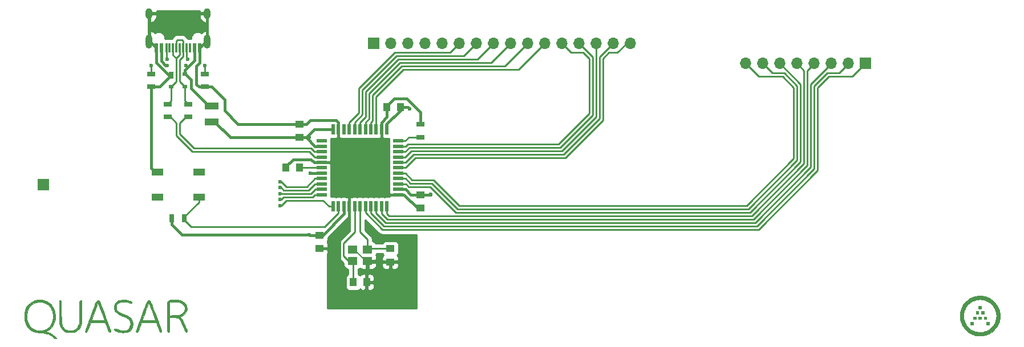
<source format=gtl>
G04 #@! TF.GenerationSoftware,KiCad,Pcbnew,(5.0.2)-1*
G04 #@! TF.CreationDate,2019-03-13T04:20:17-07:00*
G04 #@! TF.ProjectId,ssk-controller,73736b2d-636f-46e7-9472-6f6c6c65722e,rev?*
G04 #@! TF.SameCoordinates,Original*
G04 #@! TF.FileFunction,Copper,L1,Top*
G04 #@! TF.FilePolarity,Positive*
%FSLAX46Y46*%
G04 Gerber Fmt 4.6, Leading zero omitted, Abs format (unit mm)*
G04 Created by KiCad (PCBNEW (5.0.2)-1) date 3/13/2019 4:20:17 AM*
%MOMM*%
%LPD*%
G01*
G04 APERTURE LIST*
G04 #@! TA.AperFunction,EtchedComponent*
%ADD10C,0.010000*%
G04 #@! TD*
G04 #@! TA.AperFunction,SMDPad,CuDef*
%ADD11R,2.030000X1.140000*%
G04 #@! TD*
G04 #@! TA.AperFunction,ComponentPad*
%ADD12O,1.700000X1.700000*%
G04 #@! TD*
G04 #@! TA.AperFunction,ComponentPad*
%ADD13R,1.700000X1.700000*%
G04 #@! TD*
G04 #@! TA.AperFunction,SMDPad,CuDef*
%ADD14R,1.300000X0.700000*%
G04 #@! TD*
G04 #@! TA.AperFunction,SMDPad,CuDef*
%ADD15R,0.700000X1.300000*%
G04 #@! TD*
G04 #@! TA.AperFunction,SMDPad,CuDef*
%ADD16R,1.800000X1.100000*%
G04 #@! TD*
G04 #@! TA.AperFunction,SMDPad,CuDef*
%ADD17R,0.700000X0.600000*%
G04 #@! TD*
G04 #@! TA.AperFunction,SMDPad,CuDef*
%ADD18R,0.700000X1.000000*%
G04 #@! TD*
G04 #@! TA.AperFunction,ComponentPad*
%ADD19O,1.000000X1.600000*%
G04 #@! TD*
G04 #@! TA.AperFunction,ComponentPad*
%ADD20O,1.000000X2.100000*%
G04 #@! TD*
G04 #@! TA.AperFunction,SMDPad,CuDef*
%ADD21R,0.300000X1.450000*%
G04 #@! TD*
G04 #@! TA.AperFunction,SMDPad,CuDef*
%ADD22R,0.600000X1.450000*%
G04 #@! TD*
G04 #@! TA.AperFunction,SMDPad,CuDef*
%ADD23R,1.400000X1.200000*%
G04 #@! TD*
G04 #@! TA.AperFunction,SMDPad,CuDef*
%ADD24R,0.550000X1.500000*%
G04 #@! TD*
G04 #@! TA.AperFunction,SMDPad,CuDef*
%ADD25R,1.500000X0.550000*%
G04 #@! TD*
G04 #@! TA.AperFunction,SMDPad,CuDef*
%ADD26R,1.250000X1.000000*%
G04 #@! TD*
G04 #@! TA.AperFunction,SMDPad,CuDef*
%ADD27R,1.000000X1.250000*%
G04 #@! TD*
G04 #@! TA.AperFunction,ViaPad*
%ADD28C,0.600000*%
G04 #@! TD*
G04 #@! TA.AperFunction,Conductor*
%ADD29C,0.254000*%
G04 #@! TD*
G04 #@! TA.AperFunction,Conductor*
%ADD30C,0.381000*%
G04 #@! TD*
G04 #@! TA.AperFunction,Conductor*
%ADD31C,0.203200*%
G04 #@! TD*
G04 APERTURE END LIST*
D10*
G04 #@! TO.C,G\002A\002A\002A*
G36*
X114825576Y-92124450D02*
X115280219Y-92194973D01*
X115651774Y-92323875D01*
X115940418Y-92511314D01*
X116146324Y-92757445D01*
X116269669Y-93062425D01*
X116310626Y-93426410D01*
X116310462Y-93450600D01*
X116259690Y-93790793D01*
X116122813Y-94087763D01*
X115908919Y-94329051D01*
X115627094Y-94502200D01*
X115512047Y-94545047D01*
X115380139Y-94587604D01*
X115297532Y-94615787D01*
X115285639Y-94620630D01*
X115309222Y-94658458D01*
X115384184Y-94746014D01*
X115443412Y-94810241D01*
X115518073Y-94914483D01*
X115620359Y-95091612D01*
X115741250Y-95322223D01*
X115871724Y-95586910D01*
X116002760Y-95866270D01*
X116125338Y-96140897D01*
X116230436Y-96391386D01*
X116309033Y-96598332D01*
X116352109Y-96742331D01*
X116357255Y-96776009D01*
X116327355Y-96883182D01*
X116241052Y-96927267D01*
X116130926Y-96894208D01*
X116113612Y-96881104D01*
X116071715Y-96817101D01*
X115998960Y-96675688D01*
X115903216Y-96473390D01*
X115792347Y-96226726D01*
X115696953Y-96005973D01*
X115521603Y-95610061D01*
X115368317Y-95299406D01*
X115239473Y-95078607D01*
X115167838Y-94983041D01*
X114985877Y-94777555D01*
X114367738Y-94755516D01*
X113749600Y-94733477D01*
X113749600Y-95733678D01*
X113746912Y-96082968D01*
X113739273Y-96381311D01*
X113727323Y-96615381D01*
X113711698Y-96771850D01*
X113697012Y-96832139D01*
X113612292Y-96910092D01*
X113501535Y-96930069D01*
X113427866Y-96896533D01*
X113420792Y-96840206D01*
X113414218Y-96692757D01*
X113408302Y-96464660D01*
X113403201Y-96166393D01*
X113399071Y-95808431D01*
X113396070Y-95401250D01*
X113394353Y-94955327D01*
X113394000Y-94633624D01*
X113394000Y-92473809D01*
X113749600Y-92473809D01*
X113749600Y-94452968D01*
X114422700Y-94427418D01*
X114693000Y-94413233D01*
X114943638Y-94393004D01*
X115148134Y-94369330D01*
X115280008Y-94344809D01*
X115287688Y-94342563D01*
X115500188Y-94240377D01*
X115703310Y-94081304D01*
X115861656Y-93896132D01*
X115916166Y-93795925D01*
X115980231Y-93524625D01*
X115962483Y-93243167D01*
X115870410Y-92978603D01*
X115711501Y-92757985D01*
X115604286Y-92669168D01*
X115352094Y-92545980D01*
X115027482Y-92460502D01*
X114653612Y-92415991D01*
X114253642Y-92415704D01*
X113985290Y-92441504D01*
X113749600Y-92473809D01*
X113394000Y-92473809D01*
X113394000Y-92404581D01*
X113513669Y-92284912D01*
X113650102Y-92205828D01*
X113869823Y-92148584D01*
X114156477Y-92115182D01*
X114493706Y-92107621D01*
X114825576Y-92124450D01*
X114825576Y-92124450D01*
G37*
X114825576Y-92124450D02*
X115280219Y-92194973D01*
X115651774Y-92323875D01*
X115940418Y-92511314D01*
X116146324Y-92757445D01*
X116269669Y-93062425D01*
X116310626Y-93426410D01*
X116310462Y-93450600D01*
X116259690Y-93790793D01*
X116122813Y-94087763D01*
X115908919Y-94329051D01*
X115627094Y-94502200D01*
X115512047Y-94545047D01*
X115380139Y-94587604D01*
X115297532Y-94615787D01*
X115285639Y-94620630D01*
X115309222Y-94658458D01*
X115384184Y-94746014D01*
X115443412Y-94810241D01*
X115518073Y-94914483D01*
X115620359Y-95091612D01*
X115741250Y-95322223D01*
X115871724Y-95586910D01*
X116002760Y-95866270D01*
X116125338Y-96140897D01*
X116230436Y-96391386D01*
X116309033Y-96598332D01*
X116352109Y-96742331D01*
X116357255Y-96776009D01*
X116327355Y-96883182D01*
X116241052Y-96927267D01*
X116130926Y-96894208D01*
X116113612Y-96881104D01*
X116071715Y-96817101D01*
X115998960Y-96675688D01*
X115903216Y-96473390D01*
X115792347Y-96226726D01*
X115696953Y-96005973D01*
X115521603Y-95610061D01*
X115368317Y-95299406D01*
X115239473Y-95078607D01*
X115167838Y-94983041D01*
X114985877Y-94777555D01*
X114367738Y-94755516D01*
X113749600Y-94733477D01*
X113749600Y-95733678D01*
X113746912Y-96082968D01*
X113739273Y-96381311D01*
X113727323Y-96615381D01*
X113711698Y-96771850D01*
X113697012Y-96832139D01*
X113612292Y-96910092D01*
X113501535Y-96930069D01*
X113427866Y-96896533D01*
X113420792Y-96840206D01*
X113414218Y-96692757D01*
X113408302Y-96464660D01*
X113403201Y-96166393D01*
X113399071Y-95808431D01*
X113396070Y-95401250D01*
X113394353Y-94955327D01*
X113394000Y-94633624D01*
X113394000Y-92473809D01*
X113749600Y-92473809D01*
X113749600Y-94452968D01*
X114422700Y-94427418D01*
X114693000Y-94413233D01*
X114943638Y-94393004D01*
X115148134Y-94369330D01*
X115280008Y-94344809D01*
X115287688Y-94342563D01*
X115500188Y-94240377D01*
X115703310Y-94081304D01*
X115861656Y-93896132D01*
X115916166Y-93795925D01*
X115980231Y-93524625D01*
X115962483Y-93243167D01*
X115870410Y-92978603D01*
X115711501Y-92757985D01*
X115604286Y-92669168D01*
X115352094Y-92545980D01*
X115027482Y-92460502D01*
X114653612Y-92415991D01*
X114253642Y-92415704D01*
X113985290Y-92441504D01*
X113749600Y-92473809D01*
X113394000Y-92473809D01*
X113394000Y-92404581D01*
X113513669Y-92284912D01*
X113650102Y-92205828D01*
X113869823Y-92148584D01*
X114156477Y-92115182D01*
X114493706Y-92107621D01*
X114825576Y-92124450D01*
G36*
X110706539Y-92172194D02*
X110760511Y-92202768D01*
X110818265Y-92267429D01*
X110883577Y-92373414D01*
X110960222Y-92527962D01*
X111051972Y-92738311D01*
X111162604Y-93011699D01*
X111295891Y-93355365D01*
X111455607Y-93776546D01*
X111645527Y-94282482D01*
X111738793Y-94531564D01*
X111909173Y-94989700D01*
X112066826Y-95419511D01*
X112208434Y-95811527D01*
X112330679Y-96156277D01*
X112430243Y-96444292D01*
X112503809Y-96666101D01*
X112548057Y-96812235D01*
X112559671Y-96873223D01*
X112559422Y-96873738D01*
X112476518Y-96925684D01*
X112363345Y-96912785D01*
X112270211Y-96846743D01*
X112227733Y-96769140D01*
X112160841Y-96616269D01*
X112078115Y-96408953D01*
X111988138Y-96168016D01*
X111971891Y-96122843D01*
X111743000Y-95482600D01*
X109560801Y-95482600D01*
X109318387Y-96137810D01*
X109225421Y-96383094D01*
X109140173Y-96597093D01*
X109070828Y-96760015D01*
X109025574Y-96852068D01*
X109018966Y-96861710D01*
X108923661Y-96919990D01*
X108813225Y-96922681D01*
X108743727Y-96876246D01*
X108754260Y-96819172D01*
X108797416Y-96676551D01*
X108869877Y-96457865D01*
X108968324Y-96172595D01*
X109089439Y-95830225D01*
X109229904Y-95440237D01*
X109358332Y-95088900D01*
X109699021Y-95088900D01*
X109712029Y-95112108D01*
X109778302Y-95129288D01*
X109908342Y-95141161D01*
X110112650Y-95148454D01*
X110401727Y-95151889D01*
X110619964Y-95152400D01*
X110970048Y-95150754D01*
X111228921Y-95145356D01*
X111406926Y-95135510D01*
X111514406Y-95120522D01*
X111561703Y-95099699D01*
X111566113Y-95088900D01*
X111549882Y-95022743D01*
X111504241Y-94879575D01*
X111434739Y-94674646D01*
X111346925Y-94423205D01*
X111246351Y-94140502D01*
X111138566Y-93841786D01*
X111029119Y-93542308D01*
X110923560Y-93257316D01*
X110827439Y-93002060D01*
X110746307Y-92791790D01*
X110685712Y-92641755D01*
X110651205Y-92567206D01*
X110646406Y-92561764D01*
X110621794Y-92607454D01*
X110567888Y-92736205D01*
X110489570Y-92935397D01*
X110391719Y-93192411D01*
X110279219Y-93494626D01*
X110169962Y-93793500D01*
X110048105Y-94129462D01*
X109937024Y-94435461D01*
X109841619Y-94698028D01*
X109766785Y-94903691D01*
X109717419Y-95038980D01*
X109699021Y-95088900D01*
X109358332Y-95088900D01*
X109386401Y-95012113D01*
X109555612Y-94555337D01*
X109559514Y-94544873D01*
X109760084Y-94008495D01*
X109929195Y-93559941D01*
X110070043Y-93191526D01*
X110185822Y-92895569D01*
X110279728Y-92664385D01*
X110354958Y-92490291D01*
X110414708Y-92365604D01*
X110462172Y-92282641D01*
X110500547Y-92233717D01*
X110529583Y-92212607D01*
X110594850Y-92184352D01*
X110652577Y-92168468D01*
X110706539Y-92172194D01*
X110706539Y-92172194D01*
G37*
X110706539Y-92172194D02*
X110760511Y-92202768D01*
X110818265Y-92267429D01*
X110883577Y-92373414D01*
X110960222Y-92527962D01*
X111051972Y-92738311D01*
X111162604Y-93011699D01*
X111295891Y-93355365D01*
X111455607Y-93776546D01*
X111645527Y-94282482D01*
X111738793Y-94531564D01*
X111909173Y-94989700D01*
X112066826Y-95419511D01*
X112208434Y-95811527D01*
X112330679Y-96156277D01*
X112430243Y-96444292D01*
X112503809Y-96666101D01*
X112548057Y-96812235D01*
X112559671Y-96873223D01*
X112559422Y-96873738D01*
X112476518Y-96925684D01*
X112363345Y-96912785D01*
X112270211Y-96846743D01*
X112227733Y-96769140D01*
X112160841Y-96616269D01*
X112078115Y-96408953D01*
X111988138Y-96168016D01*
X111971891Y-96122843D01*
X111743000Y-95482600D01*
X109560801Y-95482600D01*
X109318387Y-96137810D01*
X109225421Y-96383094D01*
X109140173Y-96597093D01*
X109070828Y-96760015D01*
X109025574Y-96852068D01*
X109018966Y-96861710D01*
X108923661Y-96919990D01*
X108813225Y-96922681D01*
X108743727Y-96876246D01*
X108754260Y-96819172D01*
X108797416Y-96676551D01*
X108869877Y-96457865D01*
X108968324Y-96172595D01*
X109089439Y-95830225D01*
X109229904Y-95440237D01*
X109358332Y-95088900D01*
X109699021Y-95088900D01*
X109712029Y-95112108D01*
X109778302Y-95129288D01*
X109908342Y-95141161D01*
X110112650Y-95148454D01*
X110401727Y-95151889D01*
X110619964Y-95152400D01*
X110970048Y-95150754D01*
X111228921Y-95145356D01*
X111406926Y-95135510D01*
X111514406Y-95120522D01*
X111561703Y-95099699D01*
X111566113Y-95088900D01*
X111549882Y-95022743D01*
X111504241Y-94879575D01*
X111434739Y-94674646D01*
X111346925Y-94423205D01*
X111246351Y-94140502D01*
X111138566Y-93841786D01*
X111029119Y-93542308D01*
X110923560Y-93257316D01*
X110827439Y-93002060D01*
X110746307Y-92791790D01*
X110685712Y-92641755D01*
X110651205Y-92567206D01*
X110646406Y-92561764D01*
X110621794Y-92607454D01*
X110567888Y-92736205D01*
X110489570Y-92935397D01*
X110391719Y-93192411D01*
X110279219Y-93494626D01*
X110169962Y-93793500D01*
X110048105Y-94129462D01*
X109937024Y-94435461D01*
X109841619Y-94698028D01*
X109766785Y-94903691D01*
X109717419Y-95038980D01*
X109699021Y-95088900D01*
X109358332Y-95088900D01*
X109386401Y-95012113D01*
X109555612Y-94555337D01*
X109559514Y-94544873D01*
X109760084Y-94008495D01*
X109929195Y-93559941D01*
X110070043Y-93191526D01*
X110185822Y-92895569D01*
X110279728Y-92664385D01*
X110354958Y-92490291D01*
X110414708Y-92365604D01*
X110462172Y-92282641D01*
X110500547Y-92233717D01*
X110529583Y-92212607D01*
X110594850Y-92184352D01*
X110652577Y-92168468D01*
X110706539Y-92172194D01*
G36*
X103124802Y-92165680D02*
X103185571Y-92181352D01*
X103185797Y-92181424D01*
X103216285Y-92191946D01*
X103244581Y-92207932D01*
X103273948Y-92237118D01*
X103307645Y-92287241D01*
X103348934Y-92366039D01*
X103401077Y-92481248D01*
X103467335Y-92640605D01*
X103550970Y-92851847D01*
X103655242Y-93122711D01*
X103783414Y-93460934D01*
X103938746Y-93874253D01*
X104124500Y-94370404D01*
X104250223Y-94706556D01*
X104412118Y-95142966D01*
X104561171Y-95551567D01*
X104693875Y-95922242D01*
X104806722Y-96244873D01*
X104896206Y-96509343D01*
X104958820Y-96705534D01*
X104991057Y-96823327D01*
X104994144Y-96852856D01*
X104925185Y-96920110D01*
X104821576Y-96919459D01*
X104720006Y-96855338D01*
X104690094Y-96816100D01*
X104646785Y-96725794D01*
X104579341Y-96561897D01*
X104496644Y-96346902D01*
X104407579Y-96103303D01*
X104398772Y-96078539D01*
X104177697Y-95455278D01*
X103090297Y-95468939D01*
X102002898Y-95482600D01*
X101741884Y-96193800D01*
X101639334Y-96469747D01*
X101562376Y-96664327D01*
X101503089Y-96792084D01*
X101453557Y-96867566D01*
X101405859Y-96905319D01*
X101352078Y-96919889D01*
X101346233Y-96920611D01*
X101235532Y-96915482D01*
X101180668Y-96886182D01*
X101191689Y-96829927D01*
X101235280Y-96688111D01*
X101308106Y-96470217D01*
X101406835Y-96185731D01*
X101528133Y-95844136D01*
X101668666Y-95454916D01*
X101803432Y-95086755D01*
X102167200Y-95086755D01*
X102188755Y-95110827D01*
X102260818Y-95128603D01*
X102394485Y-95140855D01*
X102600852Y-95148355D01*
X102891015Y-95151876D01*
X103110423Y-95152400D01*
X103441597Y-95151786D01*
X103684196Y-95149104D01*
X103851239Y-95143086D01*
X103955747Y-95132468D01*
X104010742Y-95115985D01*
X104029243Y-95092372D01*
X104025303Y-95063500D01*
X103957408Y-94859713D01*
X103869297Y-94608898D01*
X103766398Y-94325145D01*
X103654140Y-94022547D01*
X103537953Y-93715196D01*
X103423265Y-93417186D01*
X103315506Y-93142607D01*
X103220103Y-92905553D01*
X103142488Y-92720115D01*
X103088087Y-92600387D01*
X103062331Y-92560460D01*
X103061459Y-92561600D01*
X102931097Y-92915341D01*
X102797809Y-93280819D01*
X102666186Y-93645073D01*
X102540817Y-93995144D01*
X102426292Y-94318072D01*
X102327200Y-94600898D01*
X102248130Y-94830662D01*
X102193673Y-94994405D01*
X102168417Y-95079167D01*
X102167200Y-95086755D01*
X101803432Y-95086755D01*
X101825103Y-95027555D01*
X101994108Y-94571538D01*
X101995124Y-94568813D01*
X102199942Y-94020534D01*
X102373343Y-93560258D01*
X102518992Y-93180639D01*
X102640552Y-92874330D01*
X102741688Y-92633984D01*
X102826065Y-92452253D01*
X102897346Y-92321790D01*
X102959196Y-92235249D01*
X103015279Y-92185282D01*
X103069260Y-92164541D01*
X103124802Y-92165680D01*
X103124802Y-92165680D01*
G37*
X103124802Y-92165680D02*
X103185571Y-92181352D01*
X103185797Y-92181424D01*
X103216285Y-92191946D01*
X103244581Y-92207932D01*
X103273948Y-92237118D01*
X103307645Y-92287241D01*
X103348934Y-92366039D01*
X103401077Y-92481248D01*
X103467335Y-92640605D01*
X103550970Y-92851847D01*
X103655242Y-93122711D01*
X103783414Y-93460934D01*
X103938746Y-93874253D01*
X104124500Y-94370404D01*
X104250223Y-94706556D01*
X104412118Y-95142966D01*
X104561171Y-95551567D01*
X104693875Y-95922242D01*
X104806722Y-96244873D01*
X104896206Y-96509343D01*
X104958820Y-96705534D01*
X104991057Y-96823327D01*
X104994144Y-96852856D01*
X104925185Y-96920110D01*
X104821576Y-96919459D01*
X104720006Y-96855338D01*
X104690094Y-96816100D01*
X104646785Y-96725794D01*
X104579341Y-96561897D01*
X104496644Y-96346902D01*
X104407579Y-96103303D01*
X104398772Y-96078539D01*
X104177697Y-95455278D01*
X103090297Y-95468939D01*
X102002898Y-95482600D01*
X101741884Y-96193800D01*
X101639334Y-96469747D01*
X101562376Y-96664327D01*
X101503089Y-96792084D01*
X101453557Y-96867566D01*
X101405859Y-96905319D01*
X101352078Y-96919889D01*
X101346233Y-96920611D01*
X101235532Y-96915482D01*
X101180668Y-96886182D01*
X101191689Y-96829927D01*
X101235280Y-96688111D01*
X101308106Y-96470217D01*
X101406835Y-96185731D01*
X101528133Y-95844136D01*
X101668666Y-95454916D01*
X101803432Y-95086755D01*
X102167200Y-95086755D01*
X102188755Y-95110827D01*
X102260818Y-95128603D01*
X102394485Y-95140855D01*
X102600852Y-95148355D01*
X102891015Y-95151876D01*
X103110423Y-95152400D01*
X103441597Y-95151786D01*
X103684196Y-95149104D01*
X103851239Y-95143086D01*
X103955747Y-95132468D01*
X104010742Y-95115985D01*
X104029243Y-95092372D01*
X104025303Y-95063500D01*
X103957408Y-94859713D01*
X103869297Y-94608898D01*
X103766398Y-94325145D01*
X103654140Y-94022547D01*
X103537953Y-93715196D01*
X103423265Y-93417186D01*
X103315506Y-93142607D01*
X103220103Y-92905553D01*
X103142488Y-92720115D01*
X103088087Y-92600387D01*
X103062331Y-92560460D01*
X103061459Y-92561600D01*
X102931097Y-92915341D01*
X102797809Y-93280819D01*
X102666186Y-93645073D01*
X102540817Y-93995144D01*
X102426292Y-94318072D01*
X102327200Y-94600898D01*
X102248130Y-94830662D01*
X102193673Y-94994405D01*
X102168417Y-95079167D01*
X102167200Y-95086755D01*
X101803432Y-95086755D01*
X101825103Y-95027555D01*
X101994108Y-94571538D01*
X101995124Y-94568813D01*
X102199942Y-94020534D01*
X102373343Y-93560258D01*
X102518992Y-93180639D01*
X102640552Y-92874330D01*
X102741688Y-92633984D01*
X102826065Y-92452253D01*
X102897346Y-92321790D01*
X102959196Y-92235249D01*
X103015279Y-92185282D01*
X103069260Y-92164541D01*
X103124802Y-92165680D01*
G36*
X107207358Y-92147663D02*
X107496547Y-92186691D01*
X107746922Y-92244927D01*
X107946241Y-92317774D01*
X108082261Y-92400630D01*
X108142740Y-92488895D01*
X108115433Y-92577970D01*
X108105604Y-92588567D01*
X108052884Y-92625813D01*
X107981369Y-92631124D01*
X107863720Y-92602162D01*
X107727999Y-92556272D01*
X107448354Y-92481050D01*
X107134568Y-92433905D01*
X106823381Y-92417671D01*
X106551534Y-92435181D01*
X106443018Y-92457157D01*
X106265008Y-92531566D01*
X106087355Y-92644931D01*
X106040392Y-92684295D01*
X105933902Y-92793104D01*
X105875609Y-92896799D01*
X105847612Y-93036703D01*
X105838174Y-93151137D01*
X105857372Y-93438112D01*
X105958237Y-93684656D01*
X106145128Y-93895571D01*
X106422402Y-94075657D01*
X106794419Y-94229716D01*
X106827183Y-94240659D01*
X107282127Y-94413281D01*
X107642339Y-94603468D01*
X107914082Y-94817698D01*
X108103616Y-95062452D01*
X108217205Y-95344210D01*
X108261109Y-95669451D01*
X108262084Y-95725531D01*
X108226988Y-96091022D01*
X108116108Y-96392056D01*
X107924943Y-96636570D01*
X107648994Y-96832502D01*
X107628200Y-96843648D01*
X107412408Y-96919225D01*
X107129506Y-96964023D01*
X106809321Y-96977681D01*
X106481681Y-96959839D01*
X106176416Y-96910134D01*
X106011597Y-96863203D01*
X105745395Y-96752878D01*
X105568749Y-96640010D01*
X105485948Y-96528015D01*
X105488173Y-96446229D01*
X105522379Y-96397854D01*
X105586421Y-96383140D01*
X105696425Y-96404895D01*
X105868513Y-96465929D01*
X106066610Y-96546981D01*
X106283557Y-96625799D01*
X106490439Y-96667412D01*
X106738370Y-96681412D01*
X106784711Y-96681729D01*
X107163720Y-96654123D01*
X107461474Y-96567450D01*
X107681451Y-96418706D01*
X107827128Y-96204885D01*
X107901983Y-95922984D01*
X107914330Y-95705719D01*
X107898335Y-95479313D01*
X107846066Y-95287111D01*
X107747564Y-95120025D01*
X107592870Y-94968969D01*
X107372024Y-94824854D01*
X107075067Y-94678593D01*
X106692039Y-94521100D01*
X106561400Y-94471260D01*
X106178357Y-94296066D01*
X105885497Y-94090627D01*
X105674155Y-93848194D01*
X105602932Y-93724418D01*
X105493612Y-93404623D01*
X105480957Y-93089853D01*
X105562603Y-92793169D01*
X105736184Y-92527636D01*
X105837868Y-92426841D01*
X106019043Y-92292755D01*
X106217020Y-92203682D01*
X106456330Y-92152769D01*
X106761507Y-92133162D01*
X106891600Y-92132444D01*
X107207358Y-92147663D01*
X107207358Y-92147663D01*
G37*
X107207358Y-92147663D02*
X107496547Y-92186691D01*
X107746922Y-92244927D01*
X107946241Y-92317774D01*
X108082261Y-92400630D01*
X108142740Y-92488895D01*
X108115433Y-92577970D01*
X108105604Y-92588567D01*
X108052884Y-92625813D01*
X107981369Y-92631124D01*
X107863720Y-92602162D01*
X107727999Y-92556272D01*
X107448354Y-92481050D01*
X107134568Y-92433905D01*
X106823381Y-92417671D01*
X106551534Y-92435181D01*
X106443018Y-92457157D01*
X106265008Y-92531566D01*
X106087355Y-92644931D01*
X106040392Y-92684295D01*
X105933902Y-92793104D01*
X105875609Y-92896799D01*
X105847612Y-93036703D01*
X105838174Y-93151137D01*
X105857372Y-93438112D01*
X105958237Y-93684656D01*
X106145128Y-93895571D01*
X106422402Y-94075657D01*
X106794419Y-94229716D01*
X106827183Y-94240659D01*
X107282127Y-94413281D01*
X107642339Y-94603468D01*
X107914082Y-94817698D01*
X108103616Y-95062452D01*
X108217205Y-95344210D01*
X108261109Y-95669451D01*
X108262084Y-95725531D01*
X108226988Y-96091022D01*
X108116108Y-96392056D01*
X107924943Y-96636570D01*
X107648994Y-96832502D01*
X107628200Y-96843648D01*
X107412408Y-96919225D01*
X107129506Y-96964023D01*
X106809321Y-96977681D01*
X106481681Y-96959839D01*
X106176416Y-96910134D01*
X106011597Y-96863203D01*
X105745395Y-96752878D01*
X105568749Y-96640010D01*
X105485948Y-96528015D01*
X105488173Y-96446229D01*
X105522379Y-96397854D01*
X105586421Y-96383140D01*
X105696425Y-96404895D01*
X105868513Y-96465929D01*
X106066610Y-96546981D01*
X106283557Y-96625799D01*
X106490439Y-96667412D01*
X106738370Y-96681412D01*
X106784711Y-96681729D01*
X107163720Y-96654123D01*
X107461474Y-96567450D01*
X107681451Y-96418706D01*
X107827128Y-96204885D01*
X107901983Y-95922984D01*
X107914330Y-95705719D01*
X107898335Y-95479313D01*
X107846066Y-95287111D01*
X107747564Y-95120025D01*
X107592870Y-94968969D01*
X107372024Y-94824854D01*
X107075067Y-94678593D01*
X106692039Y-94521100D01*
X106561400Y-94471260D01*
X106178357Y-94296066D01*
X105885497Y-94090627D01*
X105674155Y-93848194D01*
X105602932Y-93724418D01*
X105493612Y-93404623D01*
X105480957Y-93089853D01*
X105562603Y-92793169D01*
X105736184Y-92527636D01*
X105837868Y-92426841D01*
X106019043Y-92292755D01*
X106217020Y-92203682D01*
X106456330Y-92152769D01*
X106761507Y-92133162D01*
X106891600Y-92132444D01*
X107207358Y-92147663D01*
G36*
X100593459Y-92180586D02*
X100640109Y-92227676D01*
X100657488Y-92278323D01*
X100670738Y-92388108D01*
X100680032Y-92564283D01*
X100685541Y-92814103D01*
X100687439Y-93144821D01*
X100685896Y-93563691D01*
X100682025Y-93992976D01*
X100676228Y-94469564D01*
X100669738Y-94856142D01*
X100661927Y-95164302D01*
X100652167Y-95405636D01*
X100639831Y-95591733D01*
X100624289Y-95734184D01*
X100604916Y-95844582D01*
X100581081Y-95934515D01*
X100575993Y-95950258D01*
X100407596Y-96303239D01*
X100160134Y-96596252D01*
X99881562Y-96797377D01*
X99741410Y-96871034D01*
X99617404Y-96918278D01*
X99478492Y-96945794D01*
X99293624Y-96960266D01*
X99094162Y-96966884D01*
X98744791Y-96964101D01*
X98477167Y-96934937D01*
X98337653Y-96900677D01*
X98058504Y-96762893D01*
X97804426Y-96545321D01*
X97595570Y-96269652D01*
X97452087Y-95957579D01*
X97447233Y-95942195D01*
X97418169Y-95842104D01*
X97394936Y-95742027D01*
X97376888Y-95629540D01*
X97363377Y-95492220D01*
X97353755Y-95317646D01*
X97347374Y-95093392D01*
X97343588Y-94807037D01*
X97341749Y-94446157D01*
X97341209Y-93998329D01*
X97341200Y-93907884D01*
X97341714Y-93441809D01*
X97343549Y-93067451D01*
X97347141Y-92774931D01*
X97352929Y-92554369D01*
X97361351Y-92395888D01*
X97372843Y-92289607D01*
X97387844Y-92225647D01*
X97406790Y-92194129D01*
X97417399Y-92187629D01*
X97474968Y-92168048D01*
X97521552Y-92164302D01*
X97558474Y-92185785D01*
X97587058Y-92241889D01*
X97608627Y-92342007D01*
X97624502Y-92495531D01*
X97636008Y-92711856D01*
X97644467Y-93000373D01*
X97651202Y-93370476D01*
X97657536Y-93831558D01*
X97658400Y-93898766D01*
X97665864Y-94413757D01*
X97675054Y-94838251D01*
X97687863Y-95183349D01*
X97706185Y-95460153D01*
X97731914Y-95679766D01*
X97766943Y-95853289D01*
X97813166Y-95991826D01*
X97872477Y-96106477D01*
X97946770Y-96208346D01*
X98037938Y-96308533D01*
X98076018Y-96347092D01*
X98256019Y-96500462D01*
X98447603Y-96600186D01*
X98677923Y-96655471D01*
X98974134Y-96675521D01*
X99046590Y-96676116D01*
X99416825Y-96638561D01*
X99722733Y-96523840D01*
X99968485Y-96329830D01*
X100115703Y-96131220D01*
X100209143Y-95950811D01*
X100280457Y-95770582D01*
X100305644Y-95674020D01*
X100313544Y-95576240D01*
X100320760Y-95391083D01*
X100327033Y-95132769D01*
X100332106Y-94815519D01*
X100335721Y-94453554D01*
X100337619Y-94061096D01*
X100337840Y-93898728D01*
X100338558Y-93448151D01*
X100340701Y-93088487D01*
X100344786Y-92809051D01*
X100351330Y-92599161D01*
X100360849Y-92448134D01*
X100373858Y-92345285D01*
X100390874Y-92279931D01*
X100412414Y-92241390D01*
X100418228Y-92235028D01*
X100514981Y-92163626D01*
X100593459Y-92180586D01*
X100593459Y-92180586D01*
G37*
X100593459Y-92180586D02*
X100640109Y-92227676D01*
X100657488Y-92278323D01*
X100670738Y-92388108D01*
X100680032Y-92564283D01*
X100685541Y-92814103D01*
X100687439Y-93144821D01*
X100685896Y-93563691D01*
X100682025Y-93992976D01*
X100676228Y-94469564D01*
X100669738Y-94856142D01*
X100661927Y-95164302D01*
X100652167Y-95405636D01*
X100639831Y-95591733D01*
X100624289Y-95734184D01*
X100604916Y-95844582D01*
X100581081Y-95934515D01*
X100575993Y-95950258D01*
X100407596Y-96303239D01*
X100160134Y-96596252D01*
X99881562Y-96797377D01*
X99741410Y-96871034D01*
X99617404Y-96918278D01*
X99478492Y-96945794D01*
X99293624Y-96960266D01*
X99094162Y-96966884D01*
X98744791Y-96964101D01*
X98477167Y-96934937D01*
X98337653Y-96900677D01*
X98058504Y-96762893D01*
X97804426Y-96545321D01*
X97595570Y-96269652D01*
X97452087Y-95957579D01*
X97447233Y-95942195D01*
X97418169Y-95842104D01*
X97394936Y-95742027D01*
X97376888Y-95629540D01*
X97363377Y-95492220D01*
X97353755Y-95317646D01*
X97347374Y-95093392D01*
X97343588Y-94807037D01*
X97341749Y-94446157D01*
X97341209Y-93998329D01*
X97341200Y-93907884D01*
X97341714Y-93441809D01*
X97343549Y-93067451D01*
X97347141Y-92774931D01*
X97352929Y-92554369D01*
X97361351Y-92395888D01*
X97372843Y-92289607D01*
X97387844Y-92225647D01*
X97406790Y-92194129D01*
X97417399Y-92187629D01*
X97474968Y-92168048D01*
X97521552Y-92164302D01*
X97558474Y-92185785D01*
X97587058Y-92241889D01*
X97608627Y-92342007D01*
X97624502Y-92495531D01*
X97636008Y-92711856D01*
X97644467Y-93000373D01*
X97651202Y-93370476D01*
X97657536Y-93831558D01*
X97658400Y-93898766D01*
X97665864Y-94413757D01*
X97675054Y-94838251D01*
X97687863Y-95183349D01*
X97706185Y-95460153D01*
X97731914Y-95679766D01*
X97766943Y-95853289D01*
X97813166Y-95991826D01*
X97872477Y-96106477D01*
X97946770Y-96208346D01*
X98037938Y-96308533D01*
X98076018Y-96347092D01*
X98256019Y-96500462D01*
X98447603Y-96600186D01*
X98677923Y-96655471D01*
X98974134Y-96675521D01*
X99046590Y-96676116D01*
X99416825Y-96638561D01*
X99722733Y-96523840D01*
X99968485Y-96329830D01*
X100115703Y-96131220D01*
X100209143Y-95950811D01*
X100280457Y-95770582D01*
X100305644Y-95674020D01*
X100313544Y-95576240D01*
X100320760Y-95391083D01*
X100327033Y-95132769D01*
X100332106Y-94815519D01*
X100335721Y-94453554D01*
X100337619Y-94061096D01*
X100337840Y-93898728D01*
X100338558Y-93448151D01*
X100340701Y-93088487D01*
X100344786Y-92809051D01*
X100351330Y-92599161D01*
X100360849Y-92448134D01*
X100373858Y-92345285D01*
X100390874Y-92279931D01*
X100412414Y-92241390D01*
X100418228Y-92235028D01*
X100514981Y-92163626D01*
X100593459Y-92180586D01*
G36*
X94855106Y-92143399D02*
X95304791Y-92247832D01*
X95693889Y-92425244D01*
X96040473Y-92684309D01*
X96100646Y-92741167D01*
X96394263Y-93096132D01*
X96605186Y-93507649D01*
X96734020Y-93977340D01*
X96781370Y-94506822D01*
X96781649Y-94562433D01*
X96739472Y-95068517D01*
X96618210Y-95530739D01*
X96422492Y-95940058D01*
X96156947Y-96287430D01*
X95826203Y-96563814D01*
X95725440Y-96625600D01*
X95571664Y-96716553D01*
X95459873Y-96788796D01*
X95412685Y-96827646D01*
X95412381Y-96828800D01*
X95456087Y-96855295D01*
X95571092Y-96898446D01*
X95703036Y-96940025D01*
X95906953Y-97017390D01*
X96126866Y-97129493D01*
X96346918Y-97264380D01*
X96551250Y-97410101D01*
X96724003Y-97554702D01*
X96849320Y-97686230D01*
X96911342Y-97792734D01*
X96907520Y-97847841D01*
X96821877Y-97900498D01*
X96687604Y-97876508D01*
X96517222Y-97780362D01*
X96360259Y-97651669D01*
X96153528Y-97472049D01*
X95957286Y-97332756D01*
X95752201Y-97226916D01*
X95518941Y-97147653D01*
X95238174Y-97088092D01*
X94890569Y-97041357D01*
X94552260Y-97008661D01*
X94231032Y-96978136D01*
X93988734Y-96947480D01*
X93802781Y-96912384D01*
X93650588Y-96868542D01*
X93509571Y-96811646D01*
X93502535Y-96808440D01*
X93093824Y-96567672D01*
X92751988Y-96253884D01*
X92484868Y-95876171D01*
X92300303Y-95443629D01*
X92286797Y-95398084D01*
X92229979Y-95113506D01*
X92198454Y-94771469D01*
X92193119Y-94418583D01*
X92534806Y-94418583D01*
X92548520Y-94862441D01*
X92634839Y-95297469D01*
X92760317Y-95631954D01*
X92985818Y-96005557D01*
X93272869Y-96300509D01*
X93615866Y-96514397D01*
X94009201Y-96644810D01*
X94447268Y-96689337D01*
X94924461Y-96645565D01*
X95055200Y-96619211D01*
X95408604Y-96489665D01*
X95726129Y-96273015D01*
X95997673Y-95980432D01*
X96213132Y-95623089D01*
X96362406Y-95212157D01*
X96375547Y-95159111D01*
X96408146Y-94930239D01*
X96418575Y-94642683D01*
X96408540Y-94331670D01*
X96379749Y-94032429D01*
X96333908Y-93780188D01*
X96303865Y-93679200D01*
X96226498Y-93506235D01*
X96116854Y-93307135D01*
X96040741Y-93187563D01*
X95776523Y-92886671D01*
X95455026Y-92658122D01*
X95091739Y-92503350D01*
X94702149Y-92423791D01*
X94301744Y-92420880D01*
X93906011Y-92496053D01*
X93530438Y-92650745D01*
X93190512Y-92886392D01*
X93153122Y-92919929D01*
X92902855Y-93216570D01*
X92714617Y-93577395D01*
X92591053Y-93984150D01*
X92534806Y-94418583D01*
X92193119Y-94418583D01*
X92193019Y-94412022D01*
X92214469Y-94075214D01*
X92255661Y-93831600D01*
X92415103Y-93380267D01*
X92651927Y-92988092D01*
X92956955Y-92661036D01*
X93321012Y-92405057D01*
X93734919Y-92226117D01*
X94189498Y-92130175D01*
X94675573Y-92123192D01*
X94855106Y-92143399D01*
X94855106Y-92143399D01*
G37*
X94855106Y-92143399D02*
X95304791Y-92247832D01*
X95693889Y-92425244D01*
X96040473Y-92684309D01*
X96100646Y-92741167D01*
X96394263Y-93096132D01*
X96605186Y-93507649D01*
X96734020Y-93977340D01*
X96781370Y-94506822D01*
X96781649Y-94562433D01*
X96739472Y-95068517D01*
X96618210Y-95530739D01*
X96422492Y-95940058D01*
X96156947Y-96287430D01*
X95826203Y-96563814D01*
X95725440Y-96625600D01*
X95571664Y-96716553D01*
X95459873Y-96788796D01*
X95412685Y-96827646D01*
X95412381Y-96828800D01*
X95456087Y-96855295D01*
X95571092Y-96898446D01*
X95703036Y-96940025D01*
X95906953Y-97017390D01*
X96126866Y-97129493D01*
X96346918Y-97264380D01*
X96551250Y-97410101D01*
X96724003Y-97554702D01*
X96849320Y-97686230D01*
X96911342Y-97792734D01*
X96907520Y-97847841D01*
X96821877Y-97900498D01*
X96687604Y-97876508D01*
X96517222Y-97780362D01*
X96360259Y-97651669D01*
X96153528Y-97472049D01*
X95957286Y-97332756D01*
X95752201Y-97226916D01*
X95518941Y-97147653D01*
X95238174Y-97088092D01*
X94890569Y-97041357D01*
X94552260Y-97008661D01*
X94231032Y-96978136D01*
X93988734Y-96947480D01*
X93802781Y-96912384D01*
X93650588Y-96868542D01*
X93509571Y-96811646D01*
X93502535Y-96808440D01*
X93093824Y-96567672D01*
X92751988Y-96253884D01*
X92484868Y-95876171D01*
X92300303Y-95443629D01*
X92286797Y-95398084D01*
X92229979Y-95113506D01*
X92198454Y-94771469D01*
X92193119Y-94418583D01*
X92534806Y-94418583D01*
X92548520Y-94862441D01*
X92634839Y-95297469D01*
X92760317Y-95631954D01*
X92985818Y-96005557D01*
X93272869Y-96300509D01*
X93615866Y-96514397D01*
X94009201Y-96644810D01*
X94447268Y-96689337D01*
X94924461Y-96645565D01*
X95055200Y-96619211D01*
X95408604Y-96489665D01*
X95726129Y-96273015D01*
X95997673Y-95980432D01*
X96213132Y-95623089D01*
X96362406Y-95212157D01*
X96375547Y-95159111D01*
X96408146Y-94930239D01*
X96418575Y-94642683D01*
X96408540Y-94331670D01*
X96379749Y-94032429D01*
X96333908Y-93780188D01*
X96303865Y-93679200D01*
X96226498Y-93506235D01*
X96116854Y-93307135D01*
X96040741Y-93187563D01*
X95776523Y-92886671D01*
X95455026Y-92658122D01*
X95091739Y-92503350D01*
X94702149Y-92423791D01*
X94301744Y-92420880D01*
X93906011Y-92496053D01*
X93530438Y-92650745D01*
X93190512Y-92886392D01*
X93153122Y-92919929D01*
X92902855Y-93216570D01*
X92714617Y-93577395D01*
X92591053Y-93984150D01*
X92534806Y-94418583D01*
X92193119Y-94418583D01*
X92193019Y-94412022D01*
X92214469Y-94075214D01*
X92255661Y-93831600D01*
X92415103Y-93380267D01*
X92651927Y-92988092D01*
X92956955Y-92661036D01*
X93321012Y-92405057D01*
X93734919Y-92226117D01*
X94189498Y-92130175D01*
X94675573Y-92123192D01*
X94855106Y-92143399D01*
G36*
X234190500Y-93420500D02*
X233785688Y-93420500D01*
X233785688Y-93015688D01*
X234190500Y-93015688D01*
X234190500Y-93420500D01*
X234190500Y-93420500D01*
G37*
X234190500Y-93420500D02*
X233785688Y-93420500D01*
X233785688Y-93015688D01*
X234190500Y-93015688D01*
X234190500Y-93420500D01*
G36*
X234595313Y-94206313D02*
X234190500Y-94206313D01*
X234190500Y-93825313D01*
X234595313Y-93825313D01*
X234595313Y-94206313D01*
X234595313Y-94206313D01*
G37*
X234595313Y-94206313D02*
X234190500Y-94206313D01*
X234190500Y-93825313D01*
X234595313Y-93825313D01*
X234595313Y-94206313D01*
G36*
X233785688Y-94206313D02*
X233404688Y-94206313D01*
X233404688Y-93825313D01*
X233785688Y-93825313D01*
X233785688Y-94206313D01*
X233785688Y-94206313D01*
G37*
X233785688Y-94206313D02*
X233404688Y-94206313D01*
X233404688Y-93825313D01*
X233785688Y-93825313D01*
X233785688Y-94206313D01*
G36*
X234976313Y-95015938D02*
X234595313Y-95015938D01*
X234595313Y-94611125D01*
X234976313Y-94611125D01*
X234976313Y-95015938D01*
X234976313Y-95015938D01*
G37*
X234976313Y-95015938D02*
X234595313Y-95015938D01*
X234595313Y-94611125D01*
X234976313Y-94611125D01*
X234976313Y-95015938D01*
G36*
X234190500Y-95015938D02*
X233785688Y-95015938D01*
X233785688Y-94611125D01*
X234190500Y-94611125D01*
X234190500Y-95015938D01*
X234190500Y-95015938D01*
G37*
X234190500Y-95015938D02*
X233785688Y-95015938D01*
X233785688Y-94611125D01*
X234190500Y-94611125D01*
X234190500Y-95015938D01*
G36*
X233404688Y-95015938D02*
X232999875Y-95015938D01*
X232999875Y-94611125D01*
X233404688Y-94611125D01*
X233404688Y-95015938D01*
X233404688Y-95015938D01*
G37*
X233404688Y-95015938D02*
X232999875Y-95015938D01*
X232999875Y-94611125D01*
X233404688Y-94611125D01*
X233404688Y-95015938D01*
G36*
X235381125Y-95801750D02*
X234976313Y-95801750D01*
X234976313Y-95396938D01*
X235381125Y-95396938D01*
X235381125Y-95801750D01*
X235381125Y-95801750D01*
G37*
X235381125Y-95801750D02*
X234976313Y-95801750D01*
X234976313Y-95396938D01*
X235381125Y-95396938D01*
X235381125Y-95801750D01*
G36*
X232999875Y-95801750D02*
X232595063Y-95801750D01*
X232595063Y-95396938D01*
X232999875Y-95396938D01*
X232999875Y-95801750D01*
X232999875Y-95801750D01*
G37*
X232999875Y-95801750D02*
X232595063Y-95801750D01*
X232595063Y-95396938D01*
X232999875Y-95396938D01*
X232999875Y-95801750D01*
G36*
X234003969Y-91528045D02*
X234128087Y-91529415D01*
X234239799Y-91533572D01*
X234342392Y-91540919D01*
X234439156Y-91551860D01*
X234533378Y-91566798D01*
X234628347Y-91586137D01*
X234727351Y-91610281D01*
X234772630Y-91622418D01*
X234981177Y-91687656D01*
X235183265Y-91766992D01*
X235378128Y-91860028D01*
X235564999Y-91966368D01*
X235743114Y-92085616D01*
X235895260Y-92203617D01*
X236052928Y-92344342D01*
X236200265Y-92495787D01*
X236336586Y-92656885D01*
X236461208Y-92826567D01*
X236573447Y-93003766D01*
X236672620Y-93187416D01*
X236758042Y-93376447D01*
X236829030Y-93569793D01*
X236877784Y-93737803D01*
X236910855Y-93877789D01*
X236936215Y-94009725D01*
X236954607Y-94138997D01*
X236966775Y-94270993D01*
X236973461Y-94411100D01*
X236974114Y-94436500D01*
X236971395Y-94654797D01*
X236953200Y-94869580D01*
X236919535Y-95080821D01*
X236870406Y-95288489D01*
X236805819Y-95492555D01*
X236741622Y-95656487D01*
X236713539Y-95721752D01*
X236689477Y-95775910D01*
X236667608Y-95822613D01*
X236646107Y-95865513D01*
X236623146Y-95908263D01*
X236596900Y-95954515D01*
X236567775Y-96004156D01*
X236448556Y-96190427D01*
X236318452Y-96365153D01*
X236177329Y-96528465D01*
X236025055Y-96680496D01*
X235861497Y-96821380D01*
X235686524Y-96951248D01*
X235504156Y-97067775D01*
X235451327Y-97098744D01*
X235405414Y-97124721D01*
X235362765Y-97147531D01*
X235319728Y-97169001D01*
X235272651Y-97190957D01*
X235217881Y-97215225D01*
X235156487Y-97241622D01*
X235060254Y-97281169D01*
X234971536Y-97314208D01*
X234884422Y-97342695D01*
X234792998Y-97368589D01*
X234710406Y-97389322D01*
X234545890Y-97424876D01*
X234388795Y-97450553D01*
X234234567Y-97466893D01*
X234078649Y-97474436D01*
X233988094Y-97475013D01*
X233936875Y-97474498D01*
X233888754Y-97473793D01*
X233846874Y-97472960D01*
X233814378Y-97472063D01*
X233794410Y-97471165D01*
X233793625Y-97471109D01*
X233577451Y-97447157D01*
X233364694Y-97408170D01*
X233156213Y-97354467D01*
X232952868Y-97286363D01*
X232755516Y-97204176D01*
X232565018Y-97108225D01*
X232382232Y-96998826D01*
X232231276Y-96893796D01*
X232058349Y-96755449D01*
X231897665Y-96607088D01*
X231749451Y-96449039D01*
X231613929Y-96281632D01*
X231491324Y-96105194D01*
X231381861Y-95920052D01*
X231285763Y-95726535D01*
X231203256Y-95524971D01*
X231134563Y-95315688D01*
X231122418Y-95272630D01*
X231096052Y-95170835D01*
X231074667Y-95074511D01*
X231057859Y-94980367D01*
X231045225Y-94885117D01*
X231036360Y-94785470D01*
X231030862Y-94678140D01*
X231028326Y-94559836D01*
X231028045Y-94503969D01*
X231028720Y-94448608D01*
X231560794Y-94448608D01*
X231560897Y-94528746D01*
X231562563Y-94608410D01*
X231565759Y-94683537D01*
X231570456Y-94750060D01*
X231574176Y-94785750D01*
X231606050Y-94983048D01*
X231652701Y-95174663D01*
X231713951Y-95360222D01*
X231789619Y-95539349D01*
X231879527Y-95711669D01*
X231983494Y-95876809D01*
X232101341Y-96034393D01*
X232232888Y-96184047D01*
X232255224Y-96207260D01*
X232389458Y-96334334D01*
X232535160Y-96452270D01*
X232689631Y-96559090D01*
X232850169Y-96652816D01*
X232895958Y-96676504D01*
X232970366Y-96713153D01*
X233035607Y-96743372D01*
X233096104Y-96768940D01*
X233156278Y-96791634D01*
X233220551Y-96813233D01*
X233285625Y-96833227D01*
X233474838Y-96882640D01*
X233660589Y-96917091D01*
X233844327Y-96936714D01*
X234027503Y-96941642D01*
X234211564Y-96932011D01*
X234278106Y-96925031D01*
X234465438Y-96896087D01*
X234645019Y-96854278D01*
X234819357Y-96798854D01*
X234990959Y-96729064D01*
X235087916Y-96682866D01*
X235258548Y-96589447D01*
X235417964Y-96485712D01*
X235566922Y-96370974D01*
X235706179Y-96244550D01*
X235836494Y-96105754D01*
X235958624Y-95953903D01*
X236066892Y-95798259D01*
X236092018Y-95757068D01*
X236121341Y-95704940D01*
X236153041Y-95645496D01*
X236185299Y-95582356D01*
X236216293Y-95519140D01*
X236244206Y-95459467D01*
X236267215Y-95406957D01*
X236280653Y-95373125D01*
X236343520Y-95181584D01*
X236390916Y-94988845D01*
X236422800Y-94795450D01*
X236439130Y-94601940D01*
X236439868Y-94408857D01*
X236424972Y-94216742D01*
X236394402Y-94026136D01*
X236384599Y-93980094D01*
X236350950Y-93843801D01*
X236312642Y-93717618D01*
X236267704Y-93596007D01*
X236214163Y-93473432D01*
X236176504Y-93395958D01*
X236082799Y-93227110D01*
X235975974Y-93066673D01*
X235856798Y-92915368D01*
X235726037Y-92773914D01*
X235584460Y-92643031D01*
X235432834Y-92523440D01*
X235271927Y-92415860D01*
X235102507Y-92321011D01*
X234958325Y-92253480D01*
X234786697Y-92187085D01*
X234614143Y-92135087D01*
X234438656Y-92097078D01*
X234258226Y-92072651D01*
X234070845Y-92061397D01*
X234007938Y-92060507D01*
X233809843Y-92066877D01*
X233618215Y-92087522D01*
X233432281Y-92122673D01*
X233251265Y-92172567D01*
X233074394Y-92237435D01*
X232900894Y-92317513D01*
X232729991Y-92413035D01*
X232629294Y-92477244D01*
X232489861Y-92578772D01*
X232355663Y-92693278D01*
X232228341Y-92818839D01*
X232109535Y-92953531D01*
X232000886Y-93095431D01*
X231904035Y-93242615D01*
X231820622Y-93393161D01*
X231785826Y-93466080D01*
X231724423Y-93610939D01*
X231674192Y-93750178D01*
X231633935Y-93888126D01*
X231602456Y-94029114D01*
X231578556Y-94177471D01*
X231570155Y-94246000D01*
X231565392Y-94303170D01*
X231562282Y-94372061D01*
X231560794Y-94448608D01*
X231028720Y-94448608D01*
X231029790Y-94360973D01*
X231035664Y-94230106D01*
X231046238Y-94108025D01*
X231062085Y-93991385D01*
X231083777Y-93876844D01*
X231111887Y-93761059D01*
X231146986Y-93640687D01*
X231189647Y-93512384D01*
X231205341Y-93468125D01*
X231283726Y-93273406D01*
X231376566Y-93085072D01*
X231483672Y-92903385D01*
X231604852Y-92728608D01*
X231739917Y-92561003D01*
X231888674Y-92400833D01*
X232050933Y-92248360D01*
X232157771Y-92158179D01*
X232243600Y-92092686D01*
X232341139Y-92025360D01*
X232446748Y-91958412D01*
X232556786Y-91894055D01*
X232667613Y-91834500D01*
X232775589Y-91781958D01*
X232781594Y-91779215D01*
X232851554Y-91749342D01*
X232932735Y-91717956D01*
X233020767Y-91686536D01*
X233111279Y-91656562D01*
X233199901Y-91629511D01*
X233282264Y-91606864D01*
X233314150Y-91598971D01*
X233407375Y-91578203D01*
X233496349Y-91561543D01*
X233584353Y-91548652D01*
X233674669Y-91539195D01*
X233770578Y-91532832D01*
X233875360Y-91529228D01*
X233992295Y-91528044D01*
X234003969Y-91528045D01*
X234003969Y-91528045D01*
G37*
X234003969Y-91528045D02*
X234128087Y-91529415D01*
X234239799Y-91533572D01*
X234342392Y-91540919D01*
X234439156Y-91551860D01*
X234533378Y-91566798D01*
X234628347Y-91586137D01*
X234727351Y-91610281D01*
X234772630Y-91622418D01*
X234981177Y-91687656D01*
X235183265Y-91766992D01*
X235378128Y-91860028D01*
X235564999Y-91966368D01*
X235743114Y-92085616D01*
X235895260Y-92203617D01*
X236052928Y-92344342D01*
X236200265Y-92495787D01*
X236336586Y-92656885D01*
X236461208Y-92826567D01*
X236573447Y-93003766D01*
X236672620Y-93187416D01*
X236758042Y-93376447D01*
X236829030Y-93569793D01*
X236877784Y-93737803D01*
X236910855Y-93877789D01*
X236936215Y-94009725D01*
X236954607Y-94138997D01*
X236966775Y-94270993D01*
X236973461Y-94411100D01*
X236974114Y-94436500D01*
X236971395Y-94654797D01*
X236953200Y-94869580D01*
X236919535Y-95080821D01*
X236870406Y-95288489D01*
X236805819Y-95492555D01*
X236741622Y-95656487D01*
X236713539Y-95721752D01*
X236689477Y-95775910D01*
X236667608Y-95822613D01*
X236646107Y-95865513D01*
X236623146Y-95908263D01*
X236596900Y-95954515D01*
X236567775Y-96004156D01*
X236448556Y-96190427D01*
X236318452Y-96365153D01*
X236177329Y-96528465D01*
X236025055Y-96680496D01*
X235861497Y-96821380D01*
X235686524Y-96951248D01*
X235504156Y-97067775D01*
X235451327Y-97098744D01*
X235405414Y-97124721D01*
X235362765Y-97147531D01*
X235319728Y-97169001D01*
X235272651Y-97190957D01*
X235217881Y-97215225D01*
X235156487Y-97241622D01*
X235060254Y-97281169D01*
X234971536Y-97314208D01*
X234884422Y-97342695D01*
X234792998Y-97368589D01*
X234710406Y-97389322D01*
X234545890Y-97424876D01*
X234388795Y-97450553D01*
X234234567Y-97466893D01*
X234078649Y-97474436D01*
X233988094Y-97475013D01*
X233936875Y-97474498D01*
X233888754Y-97473793D01*
X233846874Y-97472960D01*
X233814378Y-97472063D01*
X233794410Y-97471165D01*
X233793625Y-97471109D01*
X233577451Y-97447157D01*
X233364694Y-97408170D01*
X233156213Y-97354467D01*
X232952868Y-97286363D01*
X232755516Y-97204176D01*
X232565018Y-97108225D01*
X232382232Y-96998826D01*
X232231276Y-96893796D01*
X232058349Y-96755449D01*
X231897665Y-96607088D01*
X231749451Y-96449039D01*
X231613929Y-96281632D01*
X231491324Y-96105194D01*
X231381861Y-95920052D01*
X231285763Y-95726535D01*
X231203256Y-95524971D01*
X231134563Y-95315688D01*
X231122418Y-95272630D01*
X231096052Y-95170835D01*
X231074667Y-95074511D01*
X231057859Y-94980367D01*
X231045225Y-94885117D01*
X231036360Y-94785470D01*
X231030862Y-94678140D01*
X231028326Y-94559836D01*
X231028045Y-94503969D01*
X231028720Y-94448608D01*
X231560794Y-94448608D01*
X231560897Y-94528746D01*
X231562563Y-94608410D01*
X231565759Y-94683537D01*
X231570456Y-94750060D01*
X231574176Y-94785750D01*
X231606050Y-94983048D01*
X231652701Y-95174663D01*
X231713951Y-95360222D01*
X231789619Y-95539349D01*
X231879527Y-95711669D01*
X231983494Y-95876809D01*
X232101341Y-96034393D01*
X232232888Y-96184047D01*
X232255224Y-96207260D01*
X232389458Y-96334334D01*
X232535160Y-96452270D01*
X232689631Y-96559090D01*
X232850169Y-96652816D01*
X232895958Y-96676504D01*
X232970366Y-96713153D01*
X233035607Y-96743372D01*
X233096104Y-96768940D01*
X233156278Y-96791634D01*
X233220551Y-96813233D01*
X233285625Y-96833227D01*
X233474838Y-96882640D01*
X233660589Y-96917091D01*
X233844327Y-96936714D01*
X234027503Y-96941642D01*
X234211564Y-96932011D01*
X234278106Y-96925031D01*
X234465438Y-96896087D01*
X234645019Y-96854278D01*
X234819357Y-96798854D01*
X234990959Y-96729064D01*
X235087916Y-96682866D01*
X235258548Y-96589447D01*
X235417964Y-96485712D01*
X235566922Y-96370974D01*
X235706179Y-96244550D01*
X235836494Y-96105754D01*
X235958624Y-95953903D01*
X236066892Y-95798259D01*
X236092018Y-95757068D01*
X236121341Y-95704940D01*
X236153041Y-95645496D01*
X236185299Y-95582356D01*
X236216293Y-95519140D01*
X236244206Y-95459467D01*
X236267215Y-95406957D01*
X236280653Y-95373125D01*
X236343520Y-95181584D01*
X236390916Y-94988845D01*
X236422800Y-94795450D01*
X236439130Y-94601940D01*
X236439868Y-94408857D01*
X236424972Y-94216742D01*
X236394402Y-94026136D01*
X236384599Y-93980094D01*
X236350950Y-93843801D01*
X236312642Y-93717618D01*
X236267704Y-93596007D01*
X236214163Y-93473432D01*
X236176504Y-93395958D01*
X236082799Y-93227110D01*
X235975974Y-93066673D01*
X235856798Y-92915368D01*
X235726037Y-92773914D01*
X235584460Y-92643031D01*
X235432834Y-92523440D01*
X235271927Y-92415860D01*
X235102507Y-92321011D01*
X234958325Y-92253480D01*
X234786697Y-92187085D01*
X234614143Y-92135087D01*
X234438656Y-92097078D01*
X234258226Y-92072651D01*
X234070845Y-92061397D01*
X234007938Y-92060507D01*
X233809843Y-92066877D01*
X233618215Y-92087522D01*
X233432281Y-92122673D01*
X233251265Y-92172567D01*
X233074394Y-92237435D01*
X232900894Y-92317513D01*
X232729991Y-92413035D01*
X232629294Y-92477244D01*
X232489861Y-92578772D01*
X232355663Y-92693278D01*
X232228341Y-92818839D01*
X232109535Y-92953531D01*
X232000886Y-93095431D01*
X231904035Y-93242615D01*
X231820622Y-93393161D01*
X231785826Y-93466080D01*
X231724423Y-93610939D01*
X231674192Y-93750178D01*
X231633935Y-93888126D01*
X231602456Y-94029114D01*
X231578556Y-94177471D01*
X231570155Y-94246000D01*
X231565392Y-94303170D01*
X231562282Y-94372061D01*
X231560794Y-94448608D01*
X231028720Y-94448608D01*
X231029790Y-94360973D01*
X231035664Y-94230106D01*
X231046238Y-94108025D01*
X231062085Y-93991385D01*
X231083777Y-93876844D01*
X231111887Y-93761059D01*
X231146986Y-93640687D01*
X231189647Y-93512384D01*
X231205341Y-93468125D01*
X231283726Y-93273406D01*
X231376566Y-93085072D01*
X231483672Y-92903385D01*
X231604852Y-92728608D01*
X231739917Y-92561003D01*
X231888674Y-92400833D01*
X232050933Y-92248360D01*
X232157771Y-92158179D01*
X232243600Y-92092686D01*
X232341139Y-92025360D01*
X232446748Y-91958412D01*
X232556786Y-91894055D01*
X232667613Y-91834500D01*
X232775589Y-91781958D01*
X232781594Y-91779215D01*
X232851554Y-91749342D01*
X232932735Y-91717956D01*
X233020767Y-91686536D01*
X233111279Y-91656562D01*
X233199901Y-91629511D01*
X233282264Y-91606864D01*
X233314150Y-91598971D01*
X233407375Y-91578203D01*
X233496349Y-91561543D01*
X233584353Y-91548652D01*
X233674669Y-91539195D01*
X233770578Y-91532832D01*
X233875360Y-91529228D01*
X233992295Y-91528044D01*
X234003969Y-91528045D01*
G04 #@! TD*
D11*
G04 #@! TO.P,F1,2*
G04 #@! TO.N,VCC*
X120000000Y-63300000D03*
G04 #@! TO.P,F1,1*
G04 #@! TO.N,+5V*
X120000000Y-65700000D03*
G04 #@! TD*
D12*
G04 #@! TO.P,J1,16*
G04 #@! TO.N,COL15*
X182100000Y-54000000D03*
G04 #@! TO.P,J1,15*
G04 #@! TO.N,COL14*
X179560000Y-54000000D03*
G04 #@! TO.P,J1,14*
G04 #@! TO.N,COL13*
X177020000Y-54000000D03*
G04 #@! TO.P,J1,13*
G04 #@! TO.N,COL12*
X174480000Y-54000000D03*
G04 #@! TO.P,J1,12*
G04 #@! TO.N,COL11*
X171940000Y-54000000D03*
G04 #@! TO.P,J1,11*
G04 #@! TO.N,COL10*
X169400000Y-54000000D03*
G04 #@! TO.P,J1,10*
G04 #@! TO.N,COL9*
X166860000Y-54000000D03*
G04 #@! TO.P,J1,9*
G04 #@! TO.N,COL8*
X164320000Y-54000000D03*
G04 #@! TO.P,J1,8*
G04 #@! TO.N,COL7*
X161780000Y-54000000D03*
G04 #@! TO.P,J1,7*
G04 #@! TO.N,COL6*
X159240000Y-54000000D03*
G04 #@! TO.P,J1,6*
G04 #@! TO.N,COL5*
X156700000Y-54000000D03*
G04 #@! TO.P,J1,5*
G04 #@! TO.N,COL4*
X154160000Y-54000000D03*
G04 #@! TO.P,J1,4*
G04 #@! TO.N,COL3*
X151620000Y-54000000D03*
G04 #@! TO.P,J1,3*
G04 #@! TO.N,COL2*
X149080000Y-54000000D03*
G04 #@! TO.P,J1,2*
G04 #@! TO.N,COL1*
X146540000Y-54000000D03*
D13*
G04 #@! TO.P,J1,1*
G04 #@! TO.N,COL0*
X144000000Y-54000000D03*
G04 #@! TD*
D12*
G04 #@! TO.P,J2,8*
G04 #@! TO.N,ROW7*
X199220000Y-57000000D03*
G04 #@! TO.P,J2,7*
G04 #@! TO.N,ROW6*
X201760000Y-57000000D03*
G04 #@! TO.P,J2,6*
G04 #@! TO.N,ROW5*
X204300000Y-57000000D03*
G04 #@! TO.P,J2,5*
G04 #@! TO.N,ROW4*
X206840000Y-57000000D03*
G04 #@! TO.P,J2,4*
G04 #@! TO.N,ROW3*
X209380000Y-57000000D03*
G04 #@! TO.P,J2,3*
G04 #@! TO.N,ROW2*
X211920000Y-57000000D03*
G04 #@! TO.P,J2,2*
G04 #@! TO.N,ROW1*
X214460000Y-57000000D03*
D13*
G04 #@! TO.P,J2,1*
G04 #@! TO.N,ROW0*
X217000000Y-57000000D03*
G04 #@! TD*
D14*
G04 #@! TO.P,R67,1*
G04 #@! TO.N,D-*
X116500000Y-64950000D03*
G04 #@! TO.P,R67,2*
G04 #@! TO.N,Net-(R67-Pad2)*
X116500000Y-63050000D03*
G04 #@! TD*
G04 #@! TO.P,R68,2*
G04 #@! TO.N,Net-(R68-Pad2)*
X113500000Y-63050000D03*
G04 #@! TO.P,R68,1*
G04 #@! TO.N,D+*
X113500000Y-64950000D03*
G04 #@! TD*
D15*
G04 #@! TO.P,R70,2*
G04 #@! TO.N,Net-(R70-Pad2)*
X115950000Y-80000000D03*
G04 #@! TO.P,R70,1*
G04 #@! TO.N,+5V*
X114050000Y-80000000D03*
G04 #@! TD*
D14*
G04 #@! TO.P,R71,1*
G04 #@! TO.N,GND*
X151000000Y-66050000D03*
G04 #@! TO.P,R71,2*
G04 #@! TO.N,Net-(R71-Pad2)*
X151000000Y-67950000D03*
G04 #@! TD*
G04 #@! TO.P,R73,1*
G04 #@! TO.N,GND*
X119000000Y-60450000D03*
G04 #@! TO.P,R73,2*
G04 #@! TO.N,Net-(R73-Pad2)*
X119000000Y-58550000D03*
G04 #@! TD*
G04 #@! TO.P,R74,2*
G04 #@! TO.N,Net-(R74-Pad2)*
X111000000Y-58550000D03*
G04 #@! TO.P,R74,1*
G04 #@! TO.N,GND*
X111000000Y-60450000D03*
G04 #@! TD*
D16*
G04 #@! TO.P,SW1,1*
G04 #@! TO.N,GND*
X111900000Y-73150000D03*
G04 #@! TO.P,SW1,2*
G04 #@! TO.N,Net-(R70-Pad2)*
X118100000Y-76850000D03*
G04 #@! TO.P,SW1,3*
G04 #@! TO.N,N/C*
X111900000Y-76850000D03*
G04 #@! TO.P,SW1,4*
X118100000Y-73150000D03*
G04 #@! TD*
D17*
G04 #@! TO.P,U2,3*
G04 #@! TO.N,Net-(R67-Pad2)*
X116000000Y-60450000D03*
G04 #@! TO.P,U2,2*
G04 #@! TO.N,Net-(R68-Pad2)*
X114000000Y-60450000D03*
G04 #@! TO.P,U2,4*
G04 #@! TO.N,VCC*
X116000000Y-58550000D03*
D18*
G04 #@! TO.P,U2,1*
G04 #@! TO.N,GND*
X114000000Y-58750000D03*
G04 #@! TD*
D19*
G04 #@! TO.P,USB1,13*
G04 #@! TO.N,GND*
X110680000Y-49600000D03*
X119320000Y-49600000D03*
D20*
X110680000Y-53780000D03*
X119320000Y-53780000D03*
D21*
G04 #@! TO.P,USB1,6*
G04 #@! TO.N,Net-(R68-Pad2)*
X115250000Y-54695000D03*
G04 #@! TO.P,USB1,7*
G04 #@! TO.N,Net-(R67-Pad2)*
X114750000Y-54695000D03*
G04 #@! TO.P,USB1,8*
G04 #@! TO.N,Net-(R68-Pad2)*
X114250000Y-54695000D03*
G04 #@! TO.P,USB1,5*
G04 #@! TO.N,Net-(R67-Pad2)*
X115750000Y-54695000D03*
G04 #@! TO.P,USB1,9*
G04 #@! TO.N,Net-(USB1-Pad9)*
X113750000Y-54695000D03*
G04 #@! TO.P,USB1,4*
G04 #@! TO.N,Net-(R73-Pad2)*
X116250000Y-54695000D03*
G04 #@! TO.P,USB1,10*
G04 #@! TO.N,Net-(R74-Pad2)*
X113250000Y-54695000D03*
G04 #@! TO.P,USB1,3*
G04 #@! TO.N,Net-(USB1-Pad3)*
X116750000Y-54695000D03*
D22*
G04 #@! TO.P,USB1,2*
G04 #@! TO.N,VCC*
X117450000Y-54695000D03*
G04 #@! TO.P,USB1,11*
X112550000Y-54695000D03*
G04 #@! TO.P,USB1,1*
G04 #@! TO.N,GND*
X118225000Y-54695000D03*
G04 #@! TO.P,USB1,12*
X111775000Y-54695000D03*
G04 #@! TD*
D23*
G04 #@! TO.P,Y1,4*
G04 #@! TO.N,GND*
X143100000Y-86350000D03*
G04 #@! TO.P,Y1,3*
G04 #@! TO.N,Net-(C8-Pad1)*
X140900000Y-86350000D03*
G04 #@! TO.P,Y1,2*
G04 #@! TO.N,GND*
X140900000Y-84650000D03*
G04 #@! TO.P,Y1,1*
G04 #@! TO.N,Net-(C7-Pad1)*
X143100000Y-84650000D03*
G04 #@! TD*
D24*
G04 #@! TO.P,U1,44*
G04 #@! TO.N,+5V*
X138000000Y-66800000D03*
G04 #@! TO.P,U1,43*
G04 #@! TO.N,GND*
X138800000Y-66800000D03*
G04 #@! TO.P,U1,42*
G04 #@! TO.N,Net-(U1-Pad42)*
X139600000Y-66800000D03*
G04 #@! TO.P,U1,41*
G04 #@! TO.N,COL5*
X140400000Y-66800000D03*
G04 #@! TO.P,U1,40*
G04 #@! TO.N,COL6*
X141200000Y-66800000D03*
G04 #@! TO.P,U1,39*
G04 #@! TO.N,COL7*
X142000000Y-66800000D03*
G04 #@! TO.P,U1,38*
G04 #@! TO.N,COL8*
X142800000Y-66800000D03*
G04 #@! TO.P,U1,37*
G04 #@! TO.N,COL9*
X143600000Y-66800000D03*
G04 #@! TO.P,U1,36*
G04 #@! TO.N,COL10*
X144400000Y-66800000D03*
G04 #@! TO.P,U1,35*
G04 #@! TO.N,GND*
X145200000Y-66800000D03*
G04 #@! TO.P,U1,34*
G04 #@! TO.N,+5V*
X146000000Y-66800000D03*
D25*
G04 #@! TO.P,U1,33*
G04 #@! TO.N,Net-(R71-Pad2)*
X147700000Y-68500000D03*
G04 #@! TO.P,U1,32*
G04 #@! TO.N,COL11*
X147700000Y-69300000D03*
G04 #@! TO.P,U1,31*
G04 #@! TO.N,COL12*
X147700000Y-70100000D03*
G04 #@! TO.P,U1,30*
G04 #@! TO.N,COL13*
X147700000Y-70900000D03*
G04 #@! TO.P,U1,29*
G04 #@! TO.N,COL14*
X147700000Y-71700000D03*
G04 #@! TO.P,U1,28*
G04 #@! TO.N,COL15*
X147700000Y-72500000D03*
G04 #@! TO.P,U1,27*
G04 #@! TO.N,ROW7*
X147700000Y-73300000D03*
G04 #@! TO.P,U1,26*
G04 #@! TO.N,ROW6*
X147700000Y-74100000D03*
G04 #@! TO.P,U1,25*
G04 #@! TO.N,ROW5*
X147700000Y-74900000D03*
G04 #@! TO.P,U1,24*
G04 #@! TO.N,+5V*
X147700000Y-75700000D03*
G04 #@! TO.P,U1,23*
G04 #@! TO.N,GND*
X147700000Y-76500000D03*
D24*
G04 #@! TO.P,U1,22*
G04 #@! TO.N,ROW4*
X146000000Y-78200000D03*
G04 #@! TO.P,U1,21*
G04 #@! TO.N,ROW3*
X145200000Y-78200000D03*
G04 #@! TO.P,U1,20*
G04 #@! TO.N,ROW2*
X144400000Y-78200000D03*
G04 #@! TO.P,U1,19*
G04 #@! TO.N,ROW1*
X143600000Y-78200000D03*
G04 #@! TO.P,U1,18*
G04 #@! TO.N,ROW0*
X142800000Y-78200000D03*
G04 #@! TO.P,U1,17*
G04 #@! TO.N,Net-(C7-Pad1)*
X142000000Y-78200000D03*
G04 #@! TO.P,U1,16*
G04 #@! TO.N,Net-(C8-Pad1)*
X141200000Y-78200000D03*
G04 #@! TO.P,U1,15*
G04 #@! TO.N,GND*
X140400000Y-78200000D03*
G04 #@! TO.P,U1,14*
G04 #@! TO.N,+5V*
X139600000Y-78200000D03*
G04 #@! TO.P,U1,13*
G04 #@! TO.N,Net-(R70-Pad2)*
X138800000Y-78200000D03*
G04 #@! TO.P,U1,12*
G04 #@! TO.N,COL4*
X138000000Y-78200000D03*
D25*
G04 #@! TO.P,U1,11*
G04 #@! TO.N,COL3*
X136300000Y-76500000D03*
G04 #@! TO.P,U1,10*
G04 #@! TO.N,COL2*
X136300000Y-75700000D03*
G04 #@! TO.P,U1,9*
G04 #@! TO.N,COL1*
X136300000Y-74900000D03*
G04 #@! TO.P,U1,8*
G04 #@! TO.N,COL0*
X136300000Y-74100000D03*
G04 #@! TO.P,U1,7*
G04 #@! TO.N,+5V*
X136300000Y-73300000D03*
G04 #@! TO.P,U1,6*
G04 #@! TO.N,Net-(C6-Pad1)*
X136300000Y-72500000D03*
G04 #@! TO.P,U1,5*
G04 #@! TO.N,GND*
X136300000Y-71700000D03*
G04 #@! TO.P,U1,4*
G04 #@! TO.N,D+*
X136300000Y-70900000D03*
G04 #@! TO.P,U1,3*
G04 #@! TO.N,D-*
X136300000Y-70100000D03*
G04 #@! TO.P,U1,2*
G04 #@! TO.N,+5V*
X136300000Y-69300000D03*
G04 #@! TO.P,U1,1*
G04 #@! TO.N,Net-(U1-Pad1)*
X136300000Y-68500000D03*
G04 #@! TD*
D26*
G04 #@! TO.P,C2,2*
G04 #@! TO.N,+5V*
X133000000Y-68000000D03*
G04 #@! TO.P,C2,1*
G04 #@! TO.N,GND*
X133000000Y-66000000D03*
G04 #@! TD*
D27*
G04 #@! TO.P,C3,1*
G04 #@! TO.N,GND*
X146000000Y-63500000D03*
G04 #@! TO.P,C3,2*
G04 #@! TO.N,+5V*
X148000000Y-63500000D03*
G04 #@! TD*
D26*
G04 #@! TO.P,C4,2*
G04 #@! TO.N,+5V*
X136000000Y-82500000D03*
G04 #@! TO.P,C4,1*
G04 #@! TO.N,GND*
X136000000Y-84500000D03*
G04 #@! TD*
G04 #@! TO.P,C5,1*
G04 #@! TO.N,GND*
X151000000Y-78500000D03*
G04 #@! TO.P,C5,2*
G04 #@! TO.N,+5V*
X151000000Y-76500000D03*
G04 #@! TD*
D27*
G04 #@! TO.P,C6,2*
G04 #@! TO.N,GND*
X131000000Y-72500000D03*
G04 #@! TO.P,C6,1*
G04 #@! TO.N,Net-(C6-Pad1)*
X133000000Y-72500000D03*
G04 #@! TD*
D26*
G04 #@! TO.P,C7,1*
G04 #@! TO.N,Net-(C7-Pad1)*
X146500000Y-84500000D03*
G04 #@! TO.P,C7,2*
G04 #@! TO.N,GND*
X146500000Y-86500000D03*
G04 #@! TD*
D27*
G04 #@! TO.P,C8,2*
G04 #@! TO.N,GND*
X143000000Y-89500000D03*
G04 #@! TO.P,C8,1*
G04 #@! TO.N,Net-(C8-Pad1)*
X141000000Y-89500000D03*
G04 #@! TD*
D13*
G04 #@! TO.P,J3,1*
G04 #@! TO.N,GND*
X95000000Y-75000000D03*
G04 #@! TD*
D28*
G04 #@! TO.N,COL1*
X130175000Y-75438000D03*
G04 #@! TO.N,+5V*
X134620000Y-73279000D03*
X134493000Y-67945000D03*
X149352000Y-63754000D03*
X152527000Y-76454000D03*
X134493000Y-82423000D03*
G04 #@! TO.N,COL2*
X130175000Y-76327000D03*
G04 #@! TO.N,COL3*
X130175000Y-77216000D03*
G04 #@! TO.N,COL4*
X130175000Y-78105000D03*
G04 #@! TO.N,COL0*
X130175000Y-74549000D03*
G04 #@! TO.N,VCC*
X113411000Y-57277000D03*
X116205000Y-57277000D03*
G04 #@! TO.N,Net-(R73-Pad2)*
X116459000Y-56388000D03*
X118999000Y-57277000D03*
G04 #@! TO.N,Net-(R74-Pad2)*
X113411000Y-56388000D03*
X110998000Y-57277000D03*
G04 #@! TD*
D29*
G04 #@! TO.N,ROW0*
X215072000Y-58928000D02*
X217000000Y-57000000D01*
X211582000Y-58928000D02*
X215072000Y-58928000D01*
X142800000Y-79173000D02*
X145288000Y-81661000D01*
X142800000Y-78200000D02*
X142800000Y-79173000D01*
X145288000Y-81661000D02*
X201168000Y-81661000D01*
X201168000Y-81661000D02*
X209931000Y-72898000D01*
X209931000Y-72898000D02*
X209931000Y-60579000D01*
X209931000Y-60579000D02*
X211582000Y-58928000D01*
G04 #@! TO.N,ROW1*
X143600000Y-79211000D02*
X143600000Y-78200000D01*
X200914000Y-81153000D02*
X145542000Y-81153000D01*
X214460000Y-57066000D02*
X213106000Y-58420000D01*
X145542000Y-81153000D02*
X143600000Y-79211000D01*
X214460000Y-57000000D02*
X214460000Y-57066000D01*
X213106000Y-58420000D02*
X211328000Y-58420000D01*
X211328000Y-58420000D02*
X209423000Y-60325000D01*
X209423000Y-60325000D02*
X209423000Y-72644000D01*
X209423000Y-72644000D02*
X200914000Y-81153000D01*
G04 #@! TO.N,ROW2*
X144400000Y-79249000D02*
X145796000Y-80645000D01*
X144400000Y-78200000D02*
X144400000Y-79249000D01*
X145796000Y-80645000D02*
X200660000Y-80645000D01*
X200660000Y-80645000D02*
X208915000Y-72390000D01*
X211920000Y-57066000D02*
X211920000Y-57000000D01*
X208915000Y-72390000D02*
X208915000Y-60071000D01*
X208915000Y-60071000D02*
X211920000Y-57066000D01*
G04 #@! TO.N,ROW3*
X209380000Y-57066000D02*
X208407000Y-58039000D01*
X209380000Y-57000000D02*
X209380000Y-57066000D01*
X145200000Y-79287000D02*
X145200000Y-78200000D01*
X208407000Y-58039000D02*
X208407000Y-72136000D01*
X208407000Y-72136000D02*
X200406000Y-80137000D01*
X200406000Y-80137000D02*
X146050000Y-80137000D01*
X146050000Y-80137000D02*
X145200000Y-79287000D01*
G04 #@! TO.N,ROW4*
X207899000Y-58059000D02*
X206840000Y-57000000D01*
X207899000Y-71882000D02*
X207899000Y-58059000D01*
X200152000Y-79629000D02*
X207899000Y-71882000D01*
X146304000Y-79629000D02*
X200152000Y-79629000D01*
X146000000Y-78200000D02*
X146000000Y-79325000D01*
X146000000Y-79325000D02*
X146304000Y-79629000D01*
G04 #@! TO.N,COL1*
X136300000Y-74900000D02*
X135285000Y-74900000D01*
X135285000Y-74900000D02*
X134366000Y-75819000D01*
X134366000Y-75819000D02*
X130683000Y-75819000D01*
X130683000Y-75819000D02*
X130302000Y-75438000D01*
X130302000Y-75438000D02*
X130175000Y-75438000D01*
D30*
G04 #@! TO.N,+5V*
X146000000Y-66800000D02*
X146000000Y-65963000D01*
X148000000Y-63963000D02*
X148000000Y-63500000D01*
X146000000Y-65963000D02*
X148000000Y-63963000D01*
X147700000Y-75700000D02*
X148725000Y-75700000D01*
X149525000Y-76500000D02*
X151000000Y-76500000D01*
X148725000Y-75700000D02*
X149525000Y-76500000D01*
X136300000Y-69300000D02*
X135300000Y-69300000D01*
X134000000Y-68000000D02*
X133000000Y-68000000D01*
X135300000Y-69300000D02*
X134000000Y-68000000D01*
X135200000Y-66800000D02*
X134000000Y-68000000D01*
X138000000Y-66800000D02*
X135200000Y-66800000D01*
X136300000Y-73300000D02*
X134641000Y-73300000D01*
X134641000Y-73300000D02*
X134620000Y-73279000D01*
X134055000Y-67945000D02*
X134000000Y-68000000D01*
X134493000Y-67945000D02*
X134055000Y-67945000D01*
X148000000Y-63500000D02*
X149098000Y-63500000D01*
X149098000Y-63500000D02*
X149352000Y-63754000D01*
X151000000Y-76500000D02*
X152481000Y-76500000D01*
X152481000Y-76500000D02*
X152527000Y-76454000D01*
X136000000Y-82500000D02*
X134570000Y-82500000D01*
X134570000Y-82500000D02*
X134493000Y-82423000D01*
X134493000Y-82423000D02*
X120650000Y-82423000D01*
X133000000Y-68000000D02*
X122985000Y-68000000D01*
X122985000Y-68000000D02*
X122737000Y-68000000D01*
X120437000Y-65700000D02*
X120000000Y-65700000D01*
X122737000Y-68000000D02*
X120437000Y-65700000D01*
X120650000Y-82423000D02*
X115570000Y-82423000D01*
X114050000Y-80903000D02*
X114050000Y-80000000D01*
X115570000Y-82423000D02*
X114050000Y-80903000D01*
X136000000Y-82500000D02*
X136448000Y-82500000D01*
X139600000Y-79348000D02*
X139600000Y-78994000D01*
X136448000Y-82500000D02*
X139600000Y-79348000D01*
X139600000Y-78200000D02*
X139600000Y-78994000D01*
D29*
G04 #@! TO.N,COL2*
X136300000Y-75700000D02*
X135374000Y-75700000D01*
X135374000Y-75700000D02*
X134747000Y-76327000D01*
X134747000Y-76327000D02*
X130175000Y-76327000D01*
G04 #@! TO.N,COL3*
X136300000Y-76500000D02*
X135336000Y-76500000D01*
X135336000Y-76500000D02*
X135001000Y-76835000D01*
X135001000Y-76835000D02*
X130937000Y-76835000D01*
X130937000Y-76835000D02*
X130683000Y-76835000D01*
X130683000Y-76835000D02*
X130302000Y-77216000D01*
X130302000Y-77216000D02*
X130175000Y-77216000D01*
G04 #@! TO.N,COL4*
X138000000Y-78200000D02*
X137382000Y-78200000D01*
X137382000Y-78200000D02*
X136525000Y-77343000D01*
X136525000Y-77343000D02*
X131064000Y-77343000D01*
X131064000Y-77343000D02*
X130302000Y-78105000D01*
X130302000Y-78105000D02*
X130175000Y-78105000D01*
G04 #@! TO.N,COL5*
X155328000Y-55372000D02*
X156700000Y-54000000D01*
X147193000Y-55372000D02*
X155328000Y-55372000D01*
X141859000Y-60706000D02*
X147193000Y-55372000D01*
X141859000Y-64327000D02*
X141859000Y-60706000D01*
X140400000Y-66800000D02*
X140400000Y-65786000D01*
X140400000Y-65786000D02*
X141859000Y-64327000D01*
G04 #@! TO.N,COL6*
X141200000Y-65786000D02*
X141200000Y-66800000D01*
X142367000Y-64619000D02*
X141200000Y-65786000D01*
X142367000Y-60960000D02*
X142367000Y-64619000D01*
X147447000Y-55880000D02*
X142367000Y-60960000D01*
X159240000Y-54000000D02*
X157360000Y-55880000D01*
X157360000Y-55880000D02*
X147447000Y-55880000D01*
G04 #@! TO.N,COL7*
X159392000Y-56388000D02*
X161780000Y-54000000D01*
X147701000Y-56388000D02*
X159392000Y-56388000D01*
X142875000Y-61214000D02*
X147701000Y-56388000D01*
X142875000Y-64911000D02*
X142875000Y-61214000D01*
X142000000Y-66800000D02*
X142000000Y-65786000D01*
X142000000Y-65786000D02*
X142875000Y-64911000D01*
G04 #@! TO.N,COL8*
X142800000Y-65786000D02*
X142800000Y-66800000D01*
X143383000Y-65203000D02*
X142800000Y-65786000D01*
X143383000Y-61468000D02*
X143383000Y-65203000D01*
X147955000Y-56896000D02*
X143383000Y-61468000D01*
X164320000Y-54000000D02*
X161424000Y-56896000D01*
X161424000Y-56896000D02*
X147955000Y-56896000D01*
G04 #@! TO.N,COL9*
X163456000Y-57404000D02*
X166860000Y-54000000D01*
X148209000Y-57404000D02*
X163456000Y-57404000D01*
X143891000Y-61722000D02*
X148209000Y-57404000D01*
X143891000Y-65495000D02*
X143891000Y-61722000D01*
X143600000Y-66800000D02*
X143600000Y-65786000D01*
X143600000Y-65786000D02*
X143891000Y-65495000D01*
G04 #@! TO.N,COL10*
X144400000Y-62991000D02*
X144400000Y-66800000D01*
X144400000Y-61975000D02*
X144400000Y-62991000D01*
X148463000Y-57912000D02*
X144400000Y-61975000D01*
X169400000Y-54000000D02*
X165488000Y-57912000D01*
X165488000Y-57912000D02*
X148463000Y-57912000D01*
G04 #@! TO.N,COL11*
X173312000Y-55372000D02*
X175133000Y-55372000D01*
X175133000Y-55372000D02*
X176022000Y-56261000D01*
X171940000Y-54000000D02*
X173312000Y-55372000D01*
X147700000Y-69300000D02*
X148759000Y-69300000D01*
X148759000Y-69300000D02*
X149098000Y-68961000D01*
X171450000Y-68961000D02*
X176022000Y-64389000D01*
X149098000Y-68961000D02*
X171450000Y-68961000D01*
X176022000Y-56261000D02*
X176022000Y-64389000D01*
G04 #@! TO.N,COL12*
X148717000Y-70100000D02*
X147700000Y-70100000D01*
X149348000Y-69469000D02*
X148717000Y-70100000D01*
X171704000Y-69469000D02*
X149348000Y-69469000D01*
X176530000Y-64643000D02*
X171704000Y-69469000D01*
X174480000Y-54000000D02*
X176530000Y-56050000D01*
X176530000Y-56050000D02*
X176530000Y-64643000D01*
G04 #@! TO.N,COL13*
X177038000Y-54018000D02*
X177020000Y-54000000D01*
X177038000Y-64897000D02*
X177038000Y-54018000D01*
X171958000Y-69977000D02*
X177038000Y-64897000D01*
X149606000Y-69977000D02*
X171958000Y-69977000D01*
X148683000Y-70900000D02*
X149606000Y-69977000D01*
X147700000Y-70900000D02*
X148683000Y-70900000D01*
G04 #@! TO.N,COL0*
X136300000Y-74100000D02*
X135323000Y-74100000D01*
X135323000Y-74100000D02*
X134112000Y-75311000D01*
X134112000Y-75311000D02*
X131064000Y-75311000D01*
X131064000Y-75311000D02*
X130302000Y-74549000D01*
X130302000Y-74549000D02*
X130175000Y-74549000D01*
D30*
G04 #@! TO.N,GND*
X145200000Y-66800000D02*
X145200000Y-65747000D01*
X146000000Y-64947000D02*
X146000000Y-63500000D01*
X145200000Y-65747000D02*
X146000000Y-64947000D01*
X151000000Y-64897000D02*
X151000000Y-66050000D01*
X151000000Y-64259000D02*
X151000000Y-64897000D01*
X148971000Y-62230000D02*
X151000000Y-64259000D01*
X147066000Y-62230000D02*
X148971000Y-62230000D01*
X146000000Y-63296000D02*
X147066000Y-62230000D01*
X146000000Y-63500000D02*
X146000000Y-63296000D01*
X147700000Y-76500000D02*
X148509000Y-76500000D01*
X150509000Y-78500000D02*
X151000000Y-78500000D01*
X148509000Y-76500000D02*
X150509000Y-78500000D01*
X143250000Y-86500000D02*
X143100000Y-86350000D01*
X146500000Y-86500000D02*
X143250000Y-86500000D01*
X143000000Y-86450000D02*
X143100000Y-86350000D01*
X143000000Y-89500000D02*
X143000000Y-86450000D01*
X140900000Y-84650000D02*
X141152300Y-84650000D01*
X142852300Y-86350000D02*
X143100000Y-86350000D01*
D31*
X141152300Y-84650000D02*
X142852300Y-86350000D01*
D30*
X140400000Y-81850000D02*
X140400000Y-78200000D01*
X143000000Y-89500000D02*
X143000000Y-90426000D01*
X143000000Y-90426000D02*
X142621000Y-90805000D01*
X142621000Y-90805000D02*
X139827000Y-90805000D01*
X139827000Y-90805000D02*
X138938000Y-89916000D01*
X138938000Y-89916000D02*
X138938000Y-83312000D01*
X138938000Y-83312000D02*
X140400000Y-81850000D01*
X137750000Y-84500000D02*
X138938000Y-83312000D01*
X136000000Y-84500000D02*
X137750000Y-84500000D01*
X133000000Y-66000000D02*
X134000000Y-66000000D01*
X134000000Y-66000000D02*
X134595000Y-65405000D01*
X134595000Y-65405000D02*
X138430000Y-65405000D01*
X138800000Y-65775000D02*
X138800000Y-66800000D01*
X138430000Y-65405000D02*
X138800000Y-65775000D01*
X131000000Y-72327000D02*
X131000000Y-72500000D01*
X132080000Y-71247000D02*
X131000000Y-72327000D01*
X134747000Y-71247000D02*
X132080000Y-71247000D01*
X136300000Y-71700000D02*
X135200000Y-71700000D01*
X135200000Y-71700000D02*
X134747000Y-71247000D01*
X136300000Y-71700000D02*
X139010000Y-71700000D01*
X140400000Y-73090000D02*
X140400000Y-78200000D01*
X139010000Y-71700000D02*
X140400000Y-73090000D01*
X147700000Y-76500000D02*
X144953000Y-76500000D01*
X141543000Y-73090000D02*
X140400000Y-73090000D01*
X144953000Y-76500000D02*
X141543000Y-73090000D01*
X138800000Y-71490000D02*
X139010000Y-71700000D01*
X138800000Y-66800000D02*
X138800000Y-71490000D01*
X145200000Y-69433000D02*
X141543000Y-73090000D01*
X145200000Y-66800000D02*
X145200000Y-69433000D01*
X110680000Y-49600000D02*
X110680000Y-53780000D01*
X119320000Y-49600000D02*
X119320000Y-53780000D01*
X119140000Y-53780000D02*
X118225000Y-54695000D01*
X119320000Y-53780000D02*
X119140000Y-53780000D01*
X119320000Y-49600000D02*
X110680000Y-49600000D01*
X110860000Y-53780000D02*
X111775000Y-54695000D01*
X110680000Y-53780000D02*
X110860000Y-53780000D01*
X112300000Y-60450000D02*
X114000000Y-58750000D01*
X111000000Y-60450000D02*
X112300000Y-60450000D01*
X120017000Y-60450000D02*
X119000000Y-60450000D01*
X120017000Y-60454000D02*
X120017000Y-60450000D01*
X121920000Y-62357000D02*
X120017000Y-60454000D01*
X121920000Y-64008000D02*
X121920000Y-62357000D01*
X123912000Y-66000000D02*
X121920000Y-64008000D01*
X133000000Y-66000000D02*
X123912000Y-66000000D01*
X118108000Y-60450000D02*
X119000000Y-60450000D01*
X117729000Y-60071000D02*
X118108000Y-60450000D01*
X117729000Y-57404000D02*
X117729000Y-60071000D01*
X118225000Y-56908000D02*
X117729000Y-57404000D01*
X118225000Y-54695000D02*
X118225000Y-56908000D01*
X111633000Y-73150000D02*
X111000000Y-72517000D01*
X111900000Y-73150000D02*
X111633000Y-73150000D01*
X111000000Y-60450000D02*
X111000000Y-72517000D01*
X114000000Y-58750000D02*
X113614000Y-58750000D01*
X111775000Y-56911000D02*
X111775000Y-54695000D01*
X113614000Y-58750000D02*
X111775000Y-56911000D01*
D29*
G04 #@! TO.N,Net-(R68-Pad2)*
X114000000Y-62550000D02*
X113500000Y-63050000D01*
X114000000Y-60450000D02*
X114000000Y-62550000D01*
X114250000Y-54695000D02*
X114250000Y-55750000D01*
X114250000Y-55750000D02*
X114744500Y-56244500D01*
X114744500Y-59705500D02*
X114000000Y-60450000D01*
X114744500Y-56244500D02*
X114744500Y-59705500D01*
X115250000Y-55739000D02*
X114744500Y-56244500D01*
X115250000Y-54695000D02*
X115250000Y-55739000D01*
G04 #@! TO.N,Net-(R67-Pad2)*
X116000000Y-62550000D02*
X116500000Y-63050000D01*
X116000000Y-60450000D02*
X116000000Y-62550000D01*
X114750000Y-54695000D02*
X114750000Y-53652000D01*
X114750000Y-53652000D02*
X114935000Y-53467000D01*
X114935000Y-53467000D02*
X115570000Y-53467000D01*
X115750000Y-53647000D02*
X115750000Y-54695000D01*
X115570000Y-53467000D02*
X115750000Y-53647000D01*
X115750000Y-54695000D02*
X115750000Y-55954000D01*
X115750000Y-55954000D02*
X115252500Y-56451500D01*
X115252500Y-59702500D02*
X116000000Y-60450000D01*
X115252500Y-56451500D02*
X115252500Y-59702500D01*
D30*
G04 #@! TO.N,VCC*
X112550000Y-54695000D02*
X112550000Y-56670000D01*
X112550000Y-56670000D02*
X113157000Y-57277000D01*
X113157000Y-57277000D02*
X113411000Y-57277000D01*
X117450000Y-54695000D02*
X117450000Y-56540000D01*
X116000000Y-57990000D02*
X116000000Y-58550000D01*
X116205000Y-57277000D02*
X116459000Y-57531000D01*
X117450000Y-56540000D02*
X116459000Y-57531000D01*
X116459000Y-57531000D02*
X116000000Y-57990000D01*
X119561000Y-63300000D02*
X120000000Y-63300000D01*
X116967000Y-60706000D02*
X119561000Y-63300000D01*
X116967000Y-59436000D02*
X116967000Y-60706000D01*
X116081000Y-58550000D02*
X116967000Y-59436000D01*
X116000000Y-58550000D02*
X116081000Y-58550000D01*
D29*
G04 #@! TO.N,Net-(C6-Pad1)*
X136300000Y-72500000D02*
X133000000Y-72500000D01*
G04 #@! TO.N,Net-(C7-Pad1)*
X142000000Y-78200000D02*
X142000000Y-82056000D01*
X143100000Y-83156000D02*
X143100000Y-84650000D01*
X142000000Y-82056000D02*
X143100000Y-83156000D01*
X143250000Y-84500000D02*
X143100000Y-84650000D01*
X146500000Y-84500000D02*
X143250000Y-84500000D01*
G04 #@! TO.N,Net-(C8-Pad1)*
X141200000Y-78200000D02*
X141200000Y-82066000D01*
X141200000Y-82066000D02*
X139573000Y-83693000D01*
X139573000Y-83693000D02*
X139573000Y-85598000D01*
X140325000Y-86350000D02*
X140900000Y-86350000D01*
X139573000Y-85598000D02*
X140325000Y-86350000D01*
X141000000Y-86450000D02*
X140900000Y-86350000D01*
X141000000Y-89500000D02*
X141000000Y-86450000D01*
G04 #@! TO.N,D-*
X135251000Y-70100000D02*
X136300000Y-70100000D01*
X116152000Y-64950000D02*
X115252500Y-65849500D01*
X116500000Y-64950000D02*
X116152000Y-64950000D01*
X115252500Y-65849500D02*
X115252500Y-67500500D01*
X115252500Y-67500500D02*
X117348000Y-69596000D01*
X117348000Y-69596000D02*
X134747000Y-69596000D01*
X134747000Y-69596000D02*
X135251000Y-70100000D01*
G04 #@! TO.N,D+*
X113845000Y-64950000D02*
X114744500Y-65849500D01*
X113500000Y-64950000D02*
X113845000Y-64950000D01*
X114744500Y-65849500D02*
X114744500Y-67754500D01*
X114744500Y-67754500D02*
X117094000Y-70104000D01*
X135289000Y-70900000D02*
X136300000Y-70900000D01*
X117094000Y-70104000D02*
X134493000Y-70104000D01*
X134493000Y-70104000D02*
X135289000Y-70900000D01*
G04 #@! TO.N,Net-(R70-Pad2)*
X115950000Y-79747000D02*
X118100000Y-77597000D01*
X115950000Y-80000000D02*
X115950000Y-79747000D01*
X118100000Y-76850000D02*
X118100000Y-77597000D01*
X115950000Y-80263000D02*
X115950000Y-80000000D01*
X116967000Y-81280000D02*
X115950000Y-80263000D01*
X136779000Y-81280000D02*
X116967000Y-81280000D01*
X138800000Y-78200000D02*
X138800000Y-79259000D01*
X138800000Y-79259000D02*
X136779000Y-81280000D01*
G04 #@! TO.N,Net-(R71-Pad2)*
X148717000Y-68500000D02*
X147700000Y-68500000D01*
X149267000Y-67950000D02*
X148717000Y-68500000D01*
X151000000Y-67950000D02*
X149267000Y-67950000D01*
G04 #@! TO.N,Net-(R73-Pad2)*
X116250000Y-54695000D02*
X116250000Y-56179000D01*
X116250000Y-56179000D02*
X116459000Y-56388000D01*
X119000000Y-57278000D02*
X119000000Y-58550000D01*
X118999000Y-57277000D02*
X119000000Y-57278000D01*
G04 #@! TO.N,Net-(R74-Pad2)*
X113250000Y-54695000D02*
X113250000Y-56227000D01*
X113250000Y-56227000D02*
X113411000Y-56388000D01*
X111000000Y-57279000D02*
X111000000Y-58550000D01*
X110998000Y-57277000D02*
X111000000Y-57279000D01*
G04 #@! TO.N,COL15*
X148734000Y-72500000D02*
X147700000Y-72500000D01*
X150241000Y-70993000D02*
X148734000Y-72500000D01*
X172466000Y-70993000D02*
X150241000Y-70993000D01*
X182100000Y-54000000D02*
X181585000Y-54000000D01*
X181585000Y-54000000D02*
X180213000Y-55372000D01*
X180213000Y-55372000D02*
X178943000Y-55372000D01*
X178943000Y-55372000D02*
X178054000Y-56261000D01*
X178054000Y-56261000D02*
X178054000Y-65405000D01*
X178054000Y-65405000D02*
X172466000Y-70993000D01*
G04 #@! TO.N,COL14*
X148772000Y-71700000D02*
X147700000Y-71700000D01*
X149987000Y-70485000D02*
X148772000Y-71700000D01*
X172212000Y-70485000D02*
X149987000Y-70485000D01*
X177546000Y-65151000D02*
X172212000Y-70485000D01*
X179560000Y-54000000D02*
X177546000Y-56014000D01*
X177546000Y-56014000D02*
X177546000Y-65151000D01*
G04 #@! TO.N,ROW7*
X149733000Y-74295000D02*
X148738000Y-73300000D01*
X148738000Y-73300000D02*
X147700000Y-73300000D01*
X152908000Y-74295000D02*
X149733000Y-74295000D01*
X156718000Y-78105000D02*
X152908000Y-74295000D01*
X199220000Y-57000000D02*
X201148000Y-58928000D01*
X201148000Y-58928000D02*
X204724000Y-58928000D01*
X204724000Y-58928000D02*
X206375000Y-60579000D01*
X206375000Y-60579000D02*
X206375000Y-71120000D01*
X206375000Y-71120000D02*
X199390000Y-78105000D01*
X199390000Y-78105000D02*
X156718000Y-78105000D01*
G04 #@! TO.N,ROW6*
X204978000Y-58420000D02*
X203180000Y-58420000D01*
X206883000Y-60325000D02*
X204978000Y-58420000D01*
X148776000Y-74100000D02*
X149479000Y-74803000D01*
X203180000Y-58420000D02*
X201760000Y-57000000D01*
X147700000Y-74100000D02*
X148776000Y-74100000D01*
X206883000Y-71374000D02*
X206883000Y-60325000D01*
X149479000Y-74803000D02*
X152654000Y-74803000D01*
X152654000Y-74803000D02*
X156464000Y-78613000D01*
X156464000Y-78613000D02*
X199644000Y-78613000D01*
X199644000Y-78613000D02*
X206883000Y-71374000D01*
G04 #@! TO.N,ROW5*
X148814000Y-74900000D02*
X147700000Y-74900000D01*
X149225000Y-75311000D02*
X148814000Y-74900000D01*
X204300000Y-57000000D02*
X207391000Y-60091000D01*
X207391000Y-60091000D02*
X207391000Y-71628000D01*
X207391000Y-71628000D02*
X199898000Y-79121000D01*
X199898000Y-79121000D02*
X156210000Y-79121000D01*
X156210000Y-79121000D02*
X152400000Y-75311000D01*
X152400000Y-75311000D02*
X149225000Y-75311000D01*
G04 #@! TD*
G04 #@! TO.N,GND*
G36*
X145273815Y-68001185D02*
X145370506Y-68080537D01*
X145393667Y-68092917D01*
X145485750Y-68185000D01*
X145537542Y-68185000D01*
X145593870Y-68173795D01*
X145600518Y-68175812D01*
X145725000Y-68188072D01*
X146275000Y-68188072D01*
X146315962Y-68184038D01*
X146311928Y-68225000D01*
X146311928Y-68775000D01*
X146324188Y-68899482D01*
X146324345Y-68900000D01*
X146324188Y-68900518D01*
X146311928Y-69025000D01*
X146311928Y-69575000D01*
X146324188Y-69699482D01*
X146324345Y-69700000D01*
X146324188Y-69700518D01*
X146311928Y-69825000D01*
X146311928Y-70375000D01*
X146324188Y-70499482D01*
X146324345Y-70500000D01*
X146324188Y-70500518D01*
X146311928Y-70625000D01*
X146311928Y-71175000D01*
X146324188Y-71299482D01*
X146324345Y-71300000D01*
X146324188Y-71300518D01*
X146311928Y-71425000D01*
X146311928Y-71975000D01*
X146324188Y-72099482D01*
X146324345Y-72100000D01*
X146324188Y-72100518D01*
X146311928Y-72225000D01*
X146311928Y-72775000D01*
X146324188Y-72899482D01*
X146324345Y-72900000D01*
X146324188Y-72900518D01*
X146311928Y-73025000D01*
X146311928Y-73575000D01*
X146324188Y-73699482D01*
X146324345Y-73700000D01*
X146324188Y-73700518D01*
X146311928Y-73825000D01*
X146311928Y-74375000D01*
X146324188Y-74499482D01*
X146324345Y-74500000D01*
X146324188Y-74500518D01*
X146311928Y-74625000D01*
X146311928Y-75175000D01*
X146324188Y-75299482D01*
X146324345Y-75300000D01*
X146324188Y-75300518D01*
X146311928Y-75425000D01*
X146311928Y-75975000D01*
X146324188Y-76099482D01*
X146326205Y-76106130D01*
X146315000Y-76162458D01*
X146315000Y-76214250D01*
X146407083Y-76306333D01*
X146419463Y-76329494D01*
X146498815Y-76426185D01*
X146595506Y-76505537D01*
X146705820Y-76564502D01*
X146825518Y-76600812D01*
X146873000Y-76605488D01*
X146873000Y-76627000D01*
X146473750Y-76627000D01*
X146315000Y-76785750D01*
X146315000Y-76815868D01*
X146275000Y-76811928D01*
X145725000Y-76811928D01*
X145600518Y-76824188D01*
X145600000Y-76824345D01*
X145599482Y-76824188D01*
X145475000Y-76811928D01*
X144925000Y-76811928D01*
X144800518Y-76824188D01*
X144800000Y-76824345D01*
X144799482Y-76824188D01*
X144675000Y-76811928D01*
X144125000Y-76811928D01*
X144000518Y-76824188D01*
X144000000Y-76824345D01*
X143999482Y-76824188D01*
X143875000Y-76811928D01*
X143325000Y-76811928D01*
X143200518Y-76824188D01*
X143200000Y-76824345D01*
X143199482Y-76824188D01*
X143075000Y-76811928D01*
X142525000Y-76811928D01*
X142400518Y-76824188D01*
X142400000Y-76824345D01*
X142399482Y-76824188D01*
X142275000Y-76811928D01*
X141725000Y-76811928D01*
X141600518Y-76824188D01*
X141600000Y-76824345D01*
X141599482Y-76824188D01*
X141475000Y-76811928D01*
X140925000Y-76811928D01*
X140800518Y-76824188D01*
X140793870Y-76826205D01*
X140737542Y-76815000D01*
X140685750Y-76815000D01*
X140593667Y-76907083D01*
X140570506Y-76919463D01*
X140473815Y-76998815D01*
X140400000Y-77088759D01*
X140326185Y-76998815D01*
X140229494Y-76919463D01*
X140206333Y-76907083D01*
X140114250Y-76815000D01*
X140062458Y-76815000D01*
X140006130Y-76826205D01*
X139999482Y-76824188D01*
X139875000Y-76811928D01*
X139325000Y-76811928D01*
X139200518Y-76824188D01*
X139200000Y-76824345D01*
X139199482Y-76824188D01*
X139075000Y-76811928D01*
X138525000Y-76811928D01*
X138400518Y-76824188D01*
X138400000Y-76824345D01*
X138399482Y-76824188D01*
X138275000Y-76811928D01*
X137725000Y-76811928D01*
X137684038Y-76815962D01*
X137688072Y-76775000D01*
X137688072Y-76225000D01*
X137675812Y-76100518D01*
X137675655Y-76100000D01*
X137675812Y-76099482D01*
X137688072Y-75975000D01*
X137688072Y-75425000D01*
X137675812Y-75300518D01*
X137675655Y-75300000D01*
X137675812Y-75299482D01*
X137688072Y-75175000D01*
X137688072Y-74625000D01*
X137675812Y-74500518D01*
X137675655Y-74500000D01*
X137675812Y-74499482D01*
X137688072Y-74375000D01*
X137688072Y-73825000D01*
X137675812Y-73700518D01*
X137675655Y-73700000D01*
X137675812Y-73699482D01*
X137688072Y-73575000D01*
X137688072Y-73025000D01*
X137675812Y-72900518D01*
X137675655Y-72900000D01*
X137675812Y-72899482D01*
X137688072Y-72775000D01*
X137688072Y-72225000D01*
X137675812Y-72100518D01*
X137673795Y-72093870D01*
X137685000Y-72037542D01*
X137685000Y-71985750D01*
X137592917Y-71893667D01*
X137580537Y-71870506D01*
X137501185Y-71773815D01*
X137411241Y-71700000D01*
X137501185Y-71626185D01*
X137580537Y-71529494D01*
X137592917Y-71506333D01*
X137685000Y-71414250D01*
X137685000Y-71362458D01*
X137673795Y-71306130D01*
X137675812Y-71299482D01*
X137688072Y-71175000D01*
X137688072Y-70625000D01*
X137675812Y-70500518D01*
X137675655Y-70500000D01*
X137675812Y-70499482D01*
X137688072Y-70375000D01*
X137688072Y-69825000D01*
X137675812Y-69700518D01*
X137675655Y-69700000D01*
X137675812Y-69699482D01*
X137688072Y-69575000D01*
X137688072Y-69025000D01*
X137675812Y-68900518D01*
X137675655Y-68900000D01*
X137675812Y-68899482D01*
X137688072Y-68775000D01*
X137688072Y-68225000D01*
X137684038Y-68184038D01*
X137725000Y-68188072D01*
X138275000Y-68188072D01*
X138399482Y-68175812D01*
X138406130Y-68173795D01*
X138462458Y-68185000D01*
X138514250Y-68185000D01*
X138606333Y-68092917D01*
X138629494Y-68080537D01*
X138726185Y-68001185D01*
X138800000Y-67911241D01*
X138873815Y-68001185D01*
X138970506Y-68080537D01*
X138993667Y-68092917D01*
X139085750Y-68185000D01*
X139137542Y-68185000D01*
X139193870Y-68173795D01*
X139200518Y-68175812D01*
X139325000Y-68188072D01*
X139875000Y-68188072D01*
X139999482Y-68175812D01*
X140000000Y-68175655D01*
X140000518Y-68175812D01*
X140125000Y-68188072D01*
X140675000Y-68188072D01*
X140799482Y-68175812D01*
X140800000Y-68175655D01*
X140800518Y-68175812D01*
X140925000Y-68188072D01*
X141475000Y-68188072D01*
X141599482Y-68175812D01*
X141600000Y-68175655D01*
X141600518Y-68175812D01*
X141725000Y-68188072D01*
X142275000Y-68188072D01*
X142399482Y-68175812D01*
X142400000Y-68175655D01*
X142400518Y-68175812D01*
X142525000Y-68188072D01*
X143075000Y-68188072D01*
X143199482Y-68175812D01*
X143200000Y-68175655D01*
X143200518Y-68175812D01*
X143325000Y-68188072D01*
X143875000Y-68188072D01*
X143999482Y-68175812D01*
X144000000Y-68175655D01*
X144000518Y-68175812D01*
X144125000Y-68188072D01*
X144675000Y-68188072D01*
X144799482Y-68175812D01*
X144806130Y-68173795D01*
X144862458Y-68185000D01*
X144914250Y-68185000D01*
X145006333Y-68092917D01*
X145029494Y-68080537D01*
X145126185Y-68001185D01*
X145200000Y-67911241D01*
X145273815Y-68001185D01*
X145273815Y-68001185D01*
G37*
X145273815Y-68001185D02*
X145370506Y-68080537D01*
X145393667Y-68092917D01*
X145485750Y-68185000D01*
X145537542Y-68185000D01*
X145593870Y-68173795D01*
X145600518Y-68175812D01*
X145725000Y-68188072D01*
X146275000Y-68188072D01*
X146315962Y-68184038D01*
X146311928Y-68225000D01*
X146311928Y-68775000D01*
X146324188Y-68899482D01*
X146324345Y-68900000D01*
X146324188Y-68900518D01*
X146311928Y-69025000D01*
X146311928Y-69575000D01*
X146324188Y-69699482D01*
X146324345Y-69700000D01*
X146324188Y-69700518D01*
X146311928Y-69825000D01*
X146311928Y-70375000D01*
X146324188Y-70499482D01*
X146324345Y-70500000D01*
X146324188Y-70500518D01*
X146311928Y-70625000D01*
X146311928Y-71175000D01*
X146324188Y-71299482D01*
X146324345Y-71300000D01*
X146324188Y-71300518D01*
X146311928Y-71425000D01*
X146311928Y-71975000D01*
X146324188Y-72099482D01*
X146324345Y-72100000D01*
X146324188Y-72100518D01*
X146311928Y-72225000D01*
X146311928Y-72775000D01*
X146324188Y-72899482D01*
X146324345Y-72900000D01*
X146324188Y-72900518D01*
X146311928Y-73025000D01*
X146311928Y-73575000D01*
X146324188Y-73699482D01*
X146324345Y-73700000D01*
X146324188Y-73700518D01*
X146311928Y-73825000D01*
X146311928Y-74375000D01*
X146324188Y-74499482D01*
X146324345Y-74500000D01*
X146324188Y-74500518D01*
X146311928Y-74625000D01*
X146311928Y-75175000D01*
X146324188Y-75299482D01*
X146324345Y-75300000D01*
X146324188Y-75300518D01*
X146311928Y-75425000D01*
X146311928Y-75975000D01*
X146324188Y-76099482D01*
X146326205Y-76106130D01*
X146315000Y-76162458D01*
X146315000Y-76214250D01*
X146407083Y-76306333D01*
X146419463Y-76329494D01*
X146498815Y-76426185D01*
X146595506Y-76505537D01*
X146705820Y-76564502D01*
X146825518Y-76600812D01*
X146873000Y-76605488D01*
X146873000Y-76627000D01*
X146473750Y-76627000D01*
X146315000Y-76785750D01*
X146315000Y-76815868D01*
X146275000Y-76811928D01*
X145725000Y-76811928D01*
X145600518Y-76824188D01*
X145600000Y-76824345D01*
X145599482Y-76824188D01*
X145475000Y-76811928D01*
X144925000Y-76811928D01*
X144800518Y-76824188D01*
X144800000Y-76824345D01*
X144799482Y-76824188D01*
X144675000Y-76811928D01*
X144125000Y-76811928D01*
X144000518Y-76824188D01*
X144000000Y-76824345D01*
X143999482Y-76824188D01*
X143875000Y-76811928D01*
X143325000Y-76811928D01*
X143200518Y-76824188D01*
X143200000Y-76824345D01*
X143199482Y-76824188D01*
X143075000Y-76811928D01*
X142525000Y-76811928D01*
X142400518Y-76824188D01*
X142400000Y-76824345D01*
X142399482Y-76824188D01*
X142275000Y-76811928D01*
X141725000Y-76811928D01*
X141600518Y-76824188D01*
X141600000Y-76824345D01*
X141599482Y-76824188D01*
X141475000Y-76811928D01*
X140925000Y-76811928D01*
X140800518Y-76824188D01*
X140793870Y-76826205D01*
X140737542Y-76815000D01*
X140685750Y-76815000D01*
X140593667Y-76907083D01*
X140570506Y-76919463D01*
X140473815Y-76998815D01*
X140400000Y-77088759D01*
X140326185Y-76998815D01*
X140229494Y-76919463D01*
X140206333Y-76907083D01*
X140114250Y-76815000D01*
X140062458Y-76815000D01*
X140006130Y-76826205D01*
X139999482Y-76824188D01*
X139875000Y-76811928D01*
X139325000Y-76811928D01*
X139200518Y-76824188D01*
X139200000Y-76824345D01*
X139199482Y-76824188D01*
X139075000Y-76811928D01*
X138525000Y-76811928D01*
X138400518Y-76824188D01*
X138400000Y-76824345D01*
X138399482Y-76824188D01*
X138275000Y-76811928D01*
X137725000Y-76811928D01*
X137684038Y-76815962D01*
X137688072Y-76775000D01*
X137688072Y-76225000D01*
X137675812Y-76100518D01*
X137675655Y-76100000D01*
X137675812Y-76099482D01*
X137688072Y-75975000D01*
X137688072Y-75425000D01*
X137675812Y-75300518D01*
X137675655Y-75300000D01*
X137675812Y-75299482D01*
X137688072Y-75175000D01*
X137688072Y-74625000D01*
X137675812Y-74500518D01*
X137675655Y-74500000D01*
X137675812Y-74499482D01*
X137688072Y-74375000D01*
X137688072Y-73825000D01*
X137675812Y-73700518D01*
X137675655Y-73700000D01*
X137675812Y-73699482D01*
X137688072Y-73575000D01*
X137688072Y-73025000D01*
X137675812Y-72900518D01*
X137675655Y-72900000D01*
X137675812Y-72899482D01*
X137688072Y-72775000D01*
X137688072Y-72225000D01*
X137675812Y-72100518D01*
X137673795Y-72093870D01*
X137685000Y-72037542D01*
X137685000Y-71985750D01*
X137592917Y-71893667D01*
X137580537Y-71870506D01*
X137501185Y-71773815D01*
X137411241Y-71700000D01*
X137501185Y-71626185D01*
X137580537Y-71529494D01*
X137592917Y-71506333D01*
X137685000Y-71414250D01*
X137685000Y-71362458D01*
X137673795Y-71306130D01*
X137675812Y-71299482D01*
X137688072Y-71175000D01*
X137688072Y-70625000D01*
X137675812Y-70500518D01*
X137675655Y-70500000D01*
X137675812Y-70499482D01*
X137688072Y-70375000D01*
X137688072Y-69825000D01*
X137675812Y-69700518D01*
X137675655Y-69700000D01*
X137675812Y-69699482D01*
X137688072Y-69575000D01*
X137688072Y-69025000D01*
X137675812Y-68900518D01*
X137675655Y-68900000D01*
X137675812Y-68899482D01*
X137688072Y-68775000D01*
X137688072Y-68225000D01*
X137684038Y-68184038D01*
X137725000Y-68188072D01*
X138275000Y-68188072D01*
X138399482Y-68175812D01*
X138406130Y-68173795D01*
X138462458Y-68185000D01*
X138514250Y-68185000D01*
X138606333Y-68092917D01*
X138629494Y-68080537D01*
X138726185Y-68001185D01*
X138800000Y-67911241D01*
X138873815Y-68001185D01*
X138970506Y-68080537D01*
X138993667Y-68092917D01*
X139085750Y-68185000D01*
X139137542Y-68185000D01*
X139193870Y-68173795D01*
X139200518Y-68175812D01*
X139325000Y-68188072D01*
X139875000Y-68188072D01*
X139999482Y-68175812D01*
X140000000Y-68175655D01*
X140000518Y-68175812D01*
X140125000Y-68188072D01*
X140675000Y-68188072D01*
X140799482Y-68175812D01*
X140800000Y-68175655D01*
X140800518Y-68175812D01*
X140925000Y-68188072D01*
X141475000Y-68188072D01*
X141599482Y-68175812D01*
X141600000Y-68175655D01*
X141600518Y-68175812D01*
X141725000Y-68188072D01*
X142275000Y-68188072D01*
X142399482Y-68175812D01*
X142400000Y-68175655D01*
X142400518Y-68175812D01*
X142525000Y-68188072D01*
X143075000Y-68188072D01*
X143199482Y-68175812D01*
X143200000Y-68175655D01*
X143200518Y-68175812D01*
X143325000Y-68188072D01*
X143875000Y-68188072D01*
X143999482Y-68175812D01*
X144000000Y-68175655D01*
X144000518Y-68175812D01*
X144125000Y-68188072D01*
X144675000Y-68188072D01*
X144799482Y-68175812D01*
X144806130Y-68173795D01*
X144862458Y-68185000D01*
X144914250Y-68185000D01*
X145006333Y-68092917D01*
X145029494Y-68080537D01*
X145126185Y-68001185D01*
X145200000Y-67911241D01*
X145273815Y-68001185D01*
G36*
X140438001Y-81750368D02*
X139060654Y-83127716D01*
X139031578Y-83151578D01*
X138975983Y-83219322D01*
X138936355Y-83267608D01*
X138916167Y-83305378D01*
X138865598Y-83399986D01*
X138822026Y-83543623D01*
X138812724Y-83638072D01*
X138807314Y-83693000D01*
X138811000Y-83730424D01*
X138811001Y-85560567D01*
X138807314Y-85598000D01*
X138822027Y-85747378D01*
X138865599Y-85891015D01*
X138936355Y-86023392D01*
X138996775Y-86097013D01*
X139031579Y-86139422D01*
X139060649Y-86163279D01*
X139561928Y-86664558D01*
X139561928Y-86950000D01*
X139574188Y-87074482D01*
X139610498Y-87194180D01*
X139669463Y-87304494D01*
X139748815Y-87401185D01*
X139845506Y-87480537D01*
X139955820Y-87539502D01*
X140075518Y-87575812D01*
X140200000Y-87588072D01*
X140238001Y-87588072D01*
X140238000Y-88295023D01*
X140145506Y-88344463D01*
X140048815Y-88423815D01*
X139969463Y-88520506D01*
X139910498Y-88630820D01*
X139874188Y-88750518D01*
X139861928Y-88875000D01*
X139861928Y-90125000D01*
X139874188Y-90249482D01*
X139910498Y-90369180D01*
X139969463Y-90479494D01*
X140048815Y-90576185D01*
X140145506Y-90655537D01*
X140255820Y-90714502D01*
X140375518Y-90750812D01*
X140500000Y-90763072D01*
X141500000Y-90763072D01*
X141624482Y-90750812D01*
X141744180Y-90714502D01*
X141854494Y-90655537D01*
X141951185Y-90576185D01*
X141998908Y-90518034D01*
X142006763Y-90529789D01*
X142095211Y-90618237D01*
X142199215Y-90687730D01*
X142314777Y-90735597D01*
X142437458Y-90760000D01*
X142714250Y-90760000D01*
X142873000Y-90601250D01*
X142873000Y-89627000D01*
X143127000Y-89627000D01*
X143127000Y-90601250D01*
X143285750Y-90760000D01*
X143562542Y-90760000D01*
X143685223Y-90735597D01*
X143800785Y-90687730D01*
X143904789Y-90618237D01*
X143993237Y-90529789D01*
X144062730Y-90425785D01*
X144110597Y-90310223D01*
X144135000Y-90187542D01*
X144135000Y-89785750D01*
X143976250Y-89627000D01*
X143127000Y-89627000D01*
X142873000Y-89627000D01*
X142853000Y-89627000D01*
X142853000Y-89373000D01*
X142873000Y-89373000D01*
X142873000Y-88398750D01*
X143127000Y-88398750D01*
X143127000Y-89373000D01*
X143976250Y-89373000D01*
X144135000Y-89214250D01*
X144135000Y-88812458D01*
X144110597Y-88689777D01*
X144062730Y-88574215D01*
X143993237Y-88470211D01*
X143904789Y-88381763D01*
X143800785Y-88312270D01*
X143685223Y-88264403D01*
X143562542Y-88240000D01*
X143285750Y-88240000D01*
X143127000Y-88398750D01*
X142873000Y-88398750D01*
X142714250Y-88240000D01*
X142437458Y-88240000D01*
X142314777Y-88264403D01*
X142199215Y-88312270D01*
X142095211Y-88381763D01*
X142006763Y-88470211D01*
X141998908Y-88481966D01*
X141951185Y-88423815D01*
X141854494Y-88344463D01*
X141762000Y-88295023D01*
X141762000Y-87564431D01*
X141844180Y-87539502D01*
X141954494Y-87480537D01*
X141997820Y-87444980D01*
X142099215Y-87512730D01*
X142214777Y-87560597D01*
X142337458Y-87585000D01*
X142814250Y-87585000D01*
X142973000Y-87426250D01*
X142973000Y-86477000D01*
X143227000Y-86477000D01*
X143227000Y-87426250D01*
X143385750Y-87585000D01*
X143862542Y-87585000D01*
X143985223Y-87560597D01*
X144100785Y-87512730D01*
X144204789Y-87443237D01*
X144293237Y-87354789D01*
X144362730Y-87250785D01*
X144410597Y-87135223D01*
X144435000Y-87012542D01*
X144435000Y-86785750D01*
X145240000Y-86785750D01*
X145240000Y-87062542D01*
X145264403Y-87185223D01*
X145312270Y-87300785D01*
X145381763Y-87404789D01*
X145470211Y-87493237D01*
X145574215Y-87562730D01*
X145689777Y-87610597D01*
X145812458Y-87635000D01*
X146214250Y-87635000D01*
X146373000Y-87476250D01*
X146373000Y-86627000D01*
X146627000Y-86627000D01*
X146627000Y-87476250D01*
X146785750Y-87635000D01*
X147187542Y-87635000D01*
X147310223Y-87610597D01*
X147425785Y-87562730D01*
X147529789Y-87493237D01*
X147618237Y-87404789D01*
X147687730Y-87300785D01*
X147735597Y-87185223D01*
X147760000Y-87062542D01*
X147760000Y-86785750D01*
X147601250Y-86627000D01*
X146627000Y-86627000D01*
X146373000Y-86627000D01*
X145398750Y-86627000D01*
X145240000Y-86785750D01*
X144435000Y-86785750D01*
X144435000Y-86635750D01*
X144276250Y-86477000D01*
X143227000Y-86477000D01*
X142973000Y-86477000D01*
X142953000Y-86477000D01*
X142953000Y-86223000D01*
X142973000Y-86223000D01*
X142973000Y-86203000D01*
X143227000Y-86203000D01*
X143227000Y-86223000D01*
X144276250Y-86223000D01*
X144435000Y-86064250D01*
X144435000Y-85687458D01*
X144410597Y-85564777D01*
X144384912Y-85502767D01*
X144389502Y-85494180D01*
X144425812Y-85374482D01*
X144436890Y-85262000D01*
X145295023Y-85262000D01*
X145344463Y-85354494D01*
X145423815Y-85451185D01*
X145481966Y-85498908D01*
X145470211Y-85506763D01*
X145381763Y-85595211D01*
X145312270Y-85699215D01*
X145264403Y-85814777D01*
X145240000Y-85937458D01*
X145240000Y-86214250D01*
X145398750Y-86373000D01*
X146373000Y-86373000D01*
X146373000Y-86353000D01*
X146627000Y-86353000D01*
X146627000Y-86373000D01*
X147601250Y-86373000D01*
X147760000Y-86214250D01*
X147760000Y-85937458D01*
X147735597Y-85814777D01*
X147687730Y-85699215D01*
X147618237Y-85595211D01*
X147529789Y-85506763D01*
X147518034Y-85498908D01*
X147576185Y-85451185D01*
X147655537Y-85354494D01*
X147714502Y-85244180D01*
X147750812Y-85124482D01*
X147763072Y-85000000D01*
X147763072Y-84000000D01*
X147750812Y-83875518D01*
X147714502Y-83755820D01*
X147655537Y-83645506D01*
X147576185Y-83548815D01*
X147479494Y-83469463D01*
X147369180Y-83410498D01*
X147249482Y-83374188D01*
X147125000Y-83361928D01*
X145875000Y-83361928D01*
X145750518Y-83374188D01*
X145630820Y-83410498D01*
X145520506Y-83469463D01*
X145423815Y-83548815D01*
X145344463Y-83645506D01*
X145295023Y-83738000D01*
X144353251Y-83738000D01*
X144330537Y-83695506D01*
X144251185Y-83598815D01*
X144154494Y-83519463D01*
X144044180Y-83460498D01*
X143924482Y-83424188D01*
X143862000Y-83418034D01*
X143862000Y-83193423D01*
X143865686Y-83156000D01*
X143855872Y-83056355D01*
X143850974Y-83006622D01*
X143807402Y-82862985D01*
X143736646Y-82730609D01*
X143736645Y-82730607D01*
X143665279Y-82643648D01*
X143641422Y-82614578D01*
X143612353Y-82590722D01*
X142762000Y-81740370D01*
X142762000Y-80212630D01*
X144722721Y-82173352D01*
X144746578Y-82202422D01*
X144862608Y-82297645D01*
X144994985Y-82368402D01*
X145138622Y-82411974D01*
X145250574Y-82423000D01*
X145250576Y-82423000D01*
X145287999Y-82426686D01*
X145325422Y-82423000D01*
X150373000Y-82423000D01*
X150373000Y-93373000D01*
X137127000Y-93373000D01*
X137127000Y-85391674D01*
X137187730Y-85300785D01*
X137235597Y-85185223D01*
X137260000Y-85062542D01*
X137260000Y-84785750D01*
X137127000Y-84652750D01*
X137127000Y-84347250D01*
X137260000Y-84214250D01*
X137260000Y-83937458D01*
X137235597Y-83814777D01*
X137187730Y-83699215D01*
X137127000Y-83608326D01*
X137127000Y-83389267D01*
X137155537Y-83354494D01*
X137214502Y-83244180D01*
X137250812Y-83124482D01*
X137263072Y-83000000D01*
X137263072Y-82852360D01*
X140155041Y-79960392D01*
X140186541Y-79934541D01*
X140242445Y-79866422D01*
X140289699Y-79808843D01*
X140366353Y-79665434D01*
X140378012Y-79627000D01*
X140438000Y-79627000D01*
X140438001Y-81750368D01*
X140438001Y-81750368D01*
G37*
X140438001Y-81750368D02*
X139060654Y-83127716D01*
X139031578Y-83151578D01*
X138975983Y-83219322D01*
X138936355Y-83267608D01*
X138916167Y-83305378D01*
X138865598Y-83399986D01*
X138822026Y-83543623D01*
X138812724Y-83638072D01*
X138807314Y-83693000D01*
X138811000Y-83730424D01*
X138811001Y-85560567D01*
X138807314Y-85598000D01*
X138822027Y-85747378D01*
X138865599Y-85891015D01*
X138936355Y-86023392D01*
X138996775Y-86097013D01*
X139031579Y-86139422D01*
X139060649Y-86163279D01*
X139561928Y-86664558D01*
X139561928Y-86950000D01*
X139574188Y-87074482D01*
X139610498Y-87194180D01*
X139669463Y-87304494D01*
X139748815Y-87401185D01*
X139845506Y-87480537D01*
X139955820Y-87539502D01*
X140075518Y-87575812D01*
X140200000Y-87588072D01*
X140238001Y-87588072D01*
X140238000Y-88295023D01*
X140145506Y-88344463D01*
X140048815Y-88423815D01*
X139969463Y-88520506D01*
X139910498Y-88630820D01*
X139874188Y-88750518D01*
X139861928Y-88875000D01*
X139861928Y-90125000D01*
X139874188Y-90249482D01*
X139910498Y-90369180D01*
X139969463Y-90479494D01*
X140048815Y-90576185D01*
X140145506Y-90655537D01*
X140255820Y-90714502D01*
X140375518Y-90750812D01*
X140500000Y-90763072D01*
X141500000Y-90763072D01*
X141624482Y-90750812D01*
X141744180Y-90714502D01*
X141854494Y-90655537D01*
X141951185Y-90576185D01*
X141998908Y-90518034D01*
X142006763Y-90529789D01*
X142095211Y-90618237D01*
X142199215Y-90687730D01*
X142314777Y-90735597D01*
X142437458Y-90760000D01*
X142714250Y-90760000D01*
X142873000Y-90601250D01*
X142873000Y-89627000D01*
X143127000Y-89627000D01*
X143127000Y-90601250D01*
X143285750Y-90760000D01*
X143562542Y-90760000D01*
X143685223Y-90735597D01*
X143800785Y-90687730D01*
X143904789Y-90618237D01*
X143993237Y-90529789D01*
X144062730Y-90425785D01*
X144110597Y-90310223D01*
X144135000Y-90187542D01*
X144135000Y-89785750D01*
X143976250Y-89627000D01*
X143127000Y-89627000D01*
X142873000Y-89627000D01*
X142853000Y-89627000D01*
X142853000Y-89373000D01*
X142873000Y-89373000D01*
X142873000Y-88398750D01*
X143127000Y-88398750D01*
X143127000Y-89373000D01*
X143976250Y-89373000D01*
X144135000Y-89214250D01*
X144135000Y-88812458D01*
X144110597Y-88689777D01*
X144062730Y-88574215D01*
X143993237Y-88470211D01*
X143904789Y-88381763D01*
X143800785Y-88312270D01*
X143685223Y-88264403D01*
X143562542Y-88240000D01*
X143285750Y-88240000D01*
X143127000Y-88398750D01*
X142873000Y-88398750D01*
X142714250Y-88240000D01*
X142437458Y-88240000D01*
X142314777Y-88264403D01*
X142199215Y-88312270D01*
X142095211Y-88381763D01*
X142006763Y-88470211D01*
X141998908Y-88481966D01*
X141951185Y-88423815D01*
X141854494Y-88344463D01*
X141762000Y-88295023D01*
X141762000Y-87564431D01*
X141844180Y-87539502D01*
X141954494Y-87480537D01*
X141997820Y-87444980D01*
X142099215Y-87512730D01*
X142214777Y-87560597D01*
X142337458Y-87585000D01*
X142814250Y-87585000D01*
X142973000Y-87426250D01*
X142973000Y-86477000D01*
X143227000Y-86477000D01*
X143227000Y-87426250D01*
X143385750Y-87585000D01*
X143862542Y-87585000D01*
X143985223Y-87560597D01*
X144100785Y-87512730D01*
X144204789Y-87443237D01*
X144293237Y-87354789D01*
X144362730Y-87250785D01*
X144410597Y-87135223D01*
X144435000Y-87012542D01*
X144435000Y-86785750D01*
X145240000Y-86785750D01*
X145240000Y-87062542D01*
X145264403Y-87185223D01*
X145312270Y-87300785D01*
X145381763Y-87404789D01*
X145470211Y-87493237D01*
X145574215Y-87562730D01*
X145689777Y-87610597D01*
X145812458Y-87635000D01*
X146214250Y-87635000D01*
X146373000Y-87476250D01*
X146373000Y-86627000D01*
X146627000Y-86627000D01*
X146627000Y-87476250D01*
X146785750Y-87635000D01*
X147187542Y-87635000D01*
X147310223Y-87610597D01*
X147425785Y-87562730D01*
X147529789Y-87493237D01*
X147618237Y-87404789D01*
X147687730Y-87300785D01*
X147735597Y-87185223D01*
X147760000Y-87062542D01*
X147760000Y-86785750D01*
X147601250Y-86627000D01*
X146627000Y-86627000D01*
X146373000Y-86627000D01*
X145398750Y-86627000D01*
X145240000Y-86785750D01*
X144435000Y-86785750D01*
X144435000Y-86635750D01*
X144276250Y-86477000D01*
X143227000Y-86477000D01*
X142973000Y-86477000D01*
X142953000Y-86477000D01*
X142953000Y-86223000D01*
X142973000Y-86223000D01*
X142973000Y-86203000D01*
X143227000Y-86203000D01*
X143227000Y-86223000D01*
X144276250Y-86223000D01*
X144435000Y-86064250D01*
X144435000Y-85687458D01*
X144410597Y-85564777D01*
X144384912Y-85502767D01*
X144389502Y-85494180D01*
X144425812Y-85374482D01*
X144436890Y-85262000D01*
X145295023Y-85262000D01*
X145344463Y-85354494D01*
X145423815Y-85451185D01*
X145481966Y-85498908D01*
X145470211Y-85506763D01*
X145381763Y-85595211D01*
X145312270Y-85699215D01*
X145264403Y-85814777D01*
X145240000Y-85937458D01*
X145240000Y-86214250D01*
X145398750Y-86373000D01*
X146373000Y-86373000D01*
X146373000Y-86353000D01*
X146627000Y-86353000D01*
X146627000Y-86373000D01*
X147601250Y-86373000D01*
X147760000Y-86214250D01*
X147760000Y-85937458D01*
X147735597Y-85814777D01*
X147687730Y-85699215D01*
X147618237Y-85595211D01*
X147529789Y-85506763D01*
X147518034Y-85498908D01*
X147576185Y-85451185D01*
X147655537Y-85354494D01*
X147714502Y-85244180D01*
X147750812Y-85124482D01*
X147763072Y-85000000D01*
X147763072Y-84000000D01*
X147750812Y-83875518D01*
X147714502Y-83755820D01*
X147655537Y-83645506D01*
X147576185Y-83548815D01*
X147479494Y-83469463D01*
X147369180Y-83410498D01*
X147249482Y-83374188D01*
X147125000Y-83361928D01*
X145875000Y-83361928D01*
X145750518Y-83374188D01*
X145630820Y-83410498D01*
X145520506Y-83469463D01*
X145423815Y-83548815D01*
X145344463Y-83645506D01*
X145295023Y-83738000D01*
X144353251Y-83738000D01*
X144330537Y-83695506D01*
X144251185Y-83598815D01*
X144154494Y-83519463D01*
X144044180Y-83460498D01*
X143924482Y-83424188D01*
X143862000Y-83418034D01*
X143862000Y-83193423D01*
X143865686Y-83156000D01*
X143855872Y-83056355D01*
X143850974Y-83006622D01*
X143807402Y-82862985D01*
X143736646Y-82730609D01*
X143736645Y-82730607D01*
X143665279Y-82643648D01*
X143641422Y-82614578D01*
X143612353Y-82590722D01*
X142762000Y-81740370D01*
X142762000Y-80212630D01*
X144722721Y-82173352D01*
X144746578Y-82202422D01*
X144862608Y-82297645D01*
X144994985Y-82368402D01*
X145138622Y-82411974D01*
X145250574Y-82423000D01*
X145250576Y-82423000D01*
X145287999Y-82426686D01*
X145325422Y-82423000D01*
X150373000Y-82423000D01*
X150373000Y-93373000D01*
X137127000Y-93373000D01*
X137127000Y-85391674D01*
X137187730Y-85300785D01*
X137235597Y-85185223D01*
X137260000Y-85062542D01*
X137260000Y-84785750D01*
X137127000Y-84652750D01*
X137127000Y-84347250D01*
X137260000Y-84214250D01*
X137260000Y-83937458D01*
X137235597Y-83814777D01*
X137187730Y-83699215D01*
X137127000Y-83608326D01*
X137127000Y-83389267D01*
X137155537Y-83354494D01*
X137214502Y-83244180D01*
X137250812Y-83124482D01*
X137263072Y-83000000D01*
X137263072Y-82852360D01*
X140155041Y-79960392D01*
X140186541Y-79934541D01*
X140242445Y-79866422D01*
X140289699Y-79808843D01*
X140366353Y-79665434D01*
X140378012Y-79627000D01*
X140438000Y-79627000D01*
X140438001Y-81750368D01*
G36*
X141027000Y-84523000D02*
X141047000Y-84523000D01*
X141047000Y-84777000D01*
X141027000Y-84777000D01*
X141027000Y-84797000D01*
X140773000Y-84797000D01*
X140773000Y-84777000D01*
X140753000Y-84777000D01*
X140753000Y-84523000D01*
X140773000Y-84523000D01*
X140773000Y-84503000D01*
X141027000Y-84503000D01*
X141027000Y-84523000D01*
X141027000Y-84523000D01*
G37*
X141027000Y-84523000D02*
X141047000Y-84523000D01*
X141047000Y-84777000D01*
X141027000Y-84777000D01*
X141027000Y-84797000D01*
X140773000Y-84797000D01*
X140773000Y-84777000D01*
X140753000Y-84777000D01*
X140753000Y-84523000D01*
X140773000Y-84523000D01*
X140773000Y-84503000D01*
X141027000Y-84503000D01*
X141027000Y-84523000D01*
G36*
X118185000Y-49473000D02*
X119193000Y-49473000D01*
X119193000Y-49453000D01*
X119355169Y-49453000D01*
X119373000Y-49510603D01*
X119373000Y-53927000D01*
X119193000Y-53927000D01*
X119193000Y-53907000D01*
X119173000Y-53907000D01*
X119173000Y-53653000D01*
X119193000Y-53653000D01*
X119193000Y-52262046D01*
X119018126Y-52135881D01*
X118795024Y-52215724D01*
X118607236Y-52337631D01*
X118462884Y-52478206D01*
X118344731Y-52399259D01*
X118170022Y-52326892D01*
X117984552Y-52290000D01*
X117795448Y-52290000D01*
X117609978Y-52326892D01*
X117435269Y-52399259D01*
X117278036Y-52504319D01*
X117144319Y-52638036D01*
X117039259Y-52795269D01*
X116966892Y-52969978D01*
X116930000Y-53155448D01*
X116930000Y-53334883D01*
X116900000Y-53331928D01*
X116600000Y-53331928D01*
X116500000Y-53341777D01*
X116448147Y-53336670D01*
X116386645Y-53221608D01*
X116291422Y-53105578D01*
X116262347Y-53081717D01*
X116135284Y-52954654D01*
X116111422Y-52925578D01*
X115995392Y-52830355D01*
X115863015Y-52759598D01*
X115719378Y-52716026D01*
X115607426Y-52705000D01*
X115607423Y-52705000D01*
X115570000Y-52701314D01*
X115532577Y-52705000D01*
X114972423Y-52705000D01*
X114935000Y-52701314D01*
X114897577Y-52705000D01*
X114897574Y-52705000D01*
X114785622Y-52716026D01*
X114641985Y-52759598D01*
X114509608Y-52830355D01*
X114393578Y-52925578D01*
X114369713Y-52954658D01*
X114237650Y-53086720D01*
X114208579Y-53110578D01*
X114184722Y-53139648D01*
X114184721Y-53139649D01*
X114113355Y-53226608D01*
X114054675Y-53336392D01*
X114000000Y-53341777D01*
X113900000Y-53331928D01*
X113600000Y-53331928D01*
X113500000Y-53341777D01*
X113400000Y-53331928D01*
X113100000Y-53331928D01*
X113070000Y-53334883D01*
X113070000Y-53155448D01*
X113033108Y-52969978D01*
X112960741Y-52795269D01*
X112855681Y-52638036D01*
X112721964Y-52504319D01*
X112564731Y-52399259D01*
X112390022Y-52326892D01*
X112204552Y-52290000D01*
X112015448Y-52290000D01*
X111829978Y-52326892D01*
X111655269Y-52399259D01*
X111537116Y-52478206D01*
X111392764Y-52337631D01*
X111204976Y-52215724D01*
X110981874Y-52135881D01*
X110807000Y-52262046D01*
X110807000Y-53653000D01*
X110827000Y-53653000D01*
X110827000Y-53907000D01*
X110807000Y-53907000D01*
X110807000Y-53927000D01*
X110627000Y-53927000D01*
X110627000Y-49727000D01*
X110807000Y-49727000D01*
X110807000Y-50867954D01*
X110981874Y-50994119D01*
X111204976Y-50914276D01*
X111392764Y-50792369D01*
X111553161Y-50636169D01*
X111680003Y-50451678D01*
X111768415Y-50245987D01*
X111815000Y-50027000D01*
X111815000Y-49727000D01*
X118185000Y-49727000D01*
X118185000Y-50027000D01*
X118231585Y-50245987D01*
X118319997Y-50451678D01*
X118446839Y-50636169D01*
X118607236Y-50792369D01*
X118795024Y-50914276D01*
X119018126Y-50994119D01*
X119193000Y-50867954D01*
X119193000Y-49727000D01*
X118185000Y-49727000D01*
X111815000Y-49727000D01*
X110807000Y-49727000D01*
X110627000Y-49727000D01*
X110627000Y-49510907D01*
X110644483Y-49453000D01*
X110807000Y-49453000D01*
X110807000Y-49473000D01*
X111815000Y-49473000D01*
X111815000Y-49210000D01*
X118185000Y-49210000D01*
X118185000Y-49473000D01*
X118185000Y-49473000D01*
G37*
X118185000Y-49473000D02*
X119193000Y-49473000D01*
X119193000Y-49453000D01*
X119355169Y-49453000D01*
X119373000Y-49510603D01*
X119373000Y-53927000D01*
X119193000Y-53927000D01*
X119193000Y-53907000D01*
X119173000Y-53907000D01*
X119173000Y-53653000D01*
X119193000Y-53653000D01*
X119193000Y-52262046D01*
X119018126Y-52135881D01*
X118795024Y-52215724D01*
X118607236Y-52337631D01*
X118462884Y-52478206D01*
X118344731Y-52399259D01*
X118170022Y-52326892D01*
X117984552Y-52290000D01*
X117795448Y-52290000D01*
X117609978Y-52326892D01*
X117435269Y-52399259D01*
X117278036Y-52504319D01*
X117144319Y-52638036D01*
X117039259Y-52795269D01*
X116966892Y-52969978D01*
X116930000Y-53155448D01*
X116930000Y-53334883D01*
X116900000Y-53331928D01*
X116600000Y-53331928D01*
X116500000Y-53341777D01*
X116448147Y-53336670D01*
X116386645Y-53221608D01*
X116291422Y-53105578D01*
X116262347Y-53081717D01*
X116135284Y-52954654D01*
X116111422Y-52925578D01*
X115995392Y-52830355D01*
X115863015Y-52759598D01*
X115719378Y-52716026D01*
X115607426Y-52705000D01*
X115607423Y-52705000D01*
X115570000Y-52701314D01*
X115532577Y-52705000D01*
X114972423Y-52705000D01*
X114935000Y-52701314D01*
X114897577Y-52705000D01*
X114897574Y-52705000D01*
X114785622Y-52716026D01*
X114641985Y-52759598D01*
X114509608Y-52830355D01*
X114393578Y-52925578D01*
X114369713Y-52954658D01*
X114237650Y-53086720D01*
X114208579Y-53110578D01*
X114184722Y-53139648D01*
X114184721Y-53139649D01*
X114113355Y-53226608D01*
X114054675Y-53336392D01*
X114000000Y-53341777D01*
X113900000Y-53331928D01*
X113600000Y-53331928D01*
X113500000Y-53341777D01*
X113400000Y-53331928D01*
X113100000Y-53331928D01*
X113070000Y-53334883D01*
X113070000Y-53155448D01*
X113033108Y-52969978D01*
X112960741Y-52795269D01*
X112855681Y-52638036D01*
X112721964Y-52504319D01*
X112564731Y-52399259D01*
X112390022Y-52326892D01*
X112204552Y-52290000D01*
X112015448Y-52290000D01*
X111829978Y-52326892D01*
X111655269Y-52399259D01*
X111537116Y-52478206D01*
X111392764Y-52337631D01*
X111204976Y-52215724D01*
X110981874Y-52135881D01*
X110807000Y-52262046D01*
X110807000Y-53653000D01*
X110827000Y-53653000D01*
X110827000Y-53907000D01*
X110807000Y-53907000D01*
X110807000Y-53927000D01*
X110627000Y-53927000D01*
X110627000Y-49727000D01*
X110807000Y-49727000D01*
X110807000Y-50867954D01*
X110981874Y-50994119D01*
X111204976Y-50914276D01*
X111392764Y-50792369D01*
X111553161Y-50636169D01*
X111680003Y-50451678D01*
X111768415Y-50245987D01*
X111815000Y-50027000D01*
X111815000Y-49727000D01*
X118185000Y-49727000D01*
X118185000Y-50027000D01*
X118231585Y-50245987D01*
X118319997Y-50451678D01*
X118446839Y-50636169D01*
X118607236Y-50792369D01*
X118795024Y-50914276D01*
X119018126Y-50994119D01*
X119193000Y-50867954D01*
X119193000Y-49727000D01*
X118185000Y-49727000D01*
X111815000Y-49727000D01*
X110807000Y-49727000D01*
X110627000Y-49727000D01*
X110627000Y-49510907D01*
X110644483Y-49453000D01*
X110807000Y-49453000D01*
X110807000Y-49473000D01*
X111815000Y-49473000D01*
X111815000Y-49210000D01*
X118185000Y-49210000D01*
X118185000Y-49473000D01*
G04 #@! TD*
M02*

</source>
